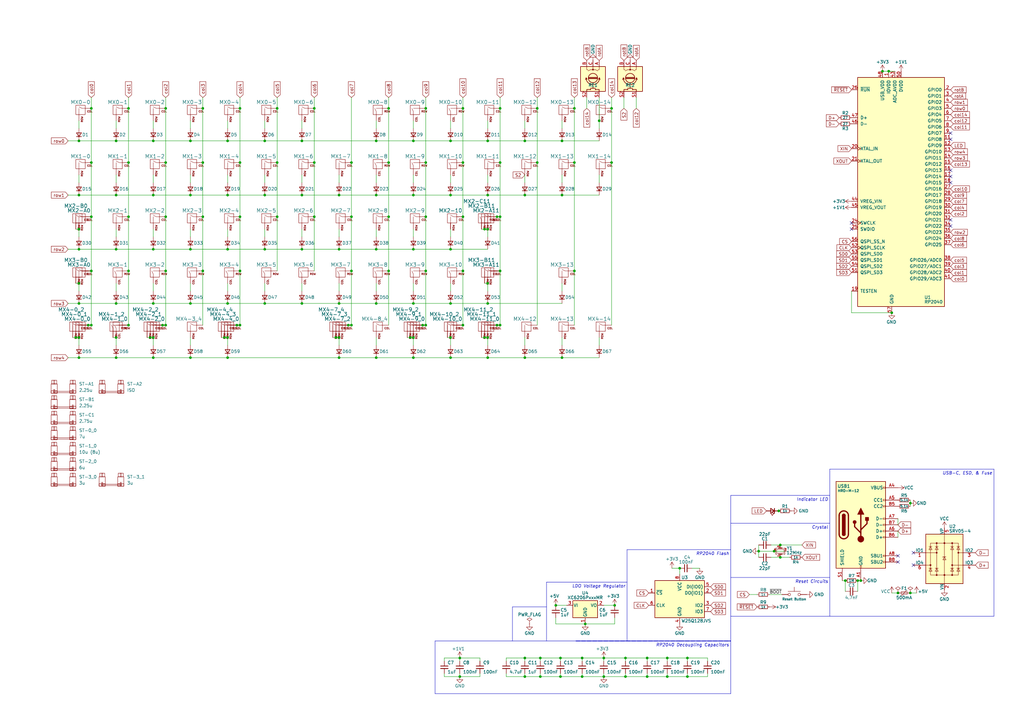
<source format=kicad_sch>
(kicad_sch (version 20211123) (generator eeschema)
  (paper "A3")
  (title_block (title "2040rmie") (rev "1.0"))
  (junction (at 198.755 93.98))
  (junction (at 205.105 88.9))
  (junction (at 220.345 44.45))
  (junction (at 235.585 44.45))
  (junction (at 52.705 66.675))
  (junction (at 52.705 133.35))
  (junction (at 281.94 277.495))
  (junction (at 128.905 66.675))
  (junction (at 144.145 133.35))
  (junction (at 92.075 138.43))
  (junction (at 78.105 146.685))
  (junction (at 67.945 133.35))
  (junction (at 200.025 124.46))
  (junction (at 78.105 124.46))
  (junction (at 83.185 111.125))
  (junction (at 137.795 138.43))
  (junction (at 154.305 80.01))
  (junction (at 67.945 88.9))
  (junction (at 229.87 277.495))
  (junction (at 346.71 238.125))
  (junction (at 78.105 80.01))
  (junction (at 78.105 102.235))
  (junction (at 62.865 124.46))
  (junction (at 215.265 269.875))
  (junction (at 123.825 124.46))
  (junction (at 32.385 80.01))
  (junction (at 189.865 66.675))
  (junction (at 52.705 88.9))
  (junction (at 205.105 44.45))
  (junction (at 123.825 102.235))
  (junction (at 93.345 102.235))
  (junction (at 200.025 146.685))
  (junction (at 353.06 238.125))
  (junction (at 189.865 88.9))
  (junction (at 139.065 146.685))
  (junction (at 52.705 44.45))
  (junction (at 235.585 111.125))
  (junction (at 203.835 88.9))
  (junction (at 174.625 88.9))
  (junction (at 215.265 57.785))
  (junction (at 252.095 248.285))
  (junction (at 200.025 116.205))
  (junction (at 230.505 57.785))
  (junction (at 361.95 29.21))
  (junction (at 37.465 133.35))
  (junction (at 108.585 80.01))
  (junction (at 62.865 57.785))
  (junction (at 67.945 44.45))
  (junction (at 52.705 111.125))
  (junction (at 198.755 138.43))
  (junction (at 159.385 88.9))
  (junction (at 365.76 128.27))
  (junction (at 247.65 277.495))
  (junction (at 174.625 44.45))
  (junction (at 93.345 80.01))
  (junction (at 230.505 80.01))
  (junction (at 139.065 102.235))
  (junction (at 281.94 269.875))
  (junction (at 83.185 66.675))
  (junction (at 205.105 66.675))
  (junction (at 200.025 138.43))
  (junction (at 66.675 133.35))
  (junction (at 240.03 255.905))
  (junction (at 32.385 57.785))
  (junction (at 32.385 146.685))
  (junction (at 144.145 66.675))
  (junction (at 32.385 124.46))
  (junction (at 47.625 57.785))
  (junction (at 154.305 146.685))
  (junction (at 32.385 116.205))
  (junction (at 62.865 102.235))
  (junction (at 174.625 111.125))
  (junction (at 128.905 44.45))
  (junction (at 93.345 57.785))
  (junction (at 273.685 277.495))
  (junction (at 169.545 102.235))
  (junction (at 203.835 133.35))
  (junction (at 78.105 57.785))
  (junction (at 139.065 138.43))
  (junction (at 184.785 138.43))
  (junction (at 32.385 138.43))
  (junction (at 238.76 277.495))
  (junction (at 98.425 133.35))
  (junction (at 278.765 233.045))
  (junction (at 320.04 223.52))
  (junction (at 47.625 80.01))
  (junction (at 247.65 269.875))
  (junction (at 47.625 102.235))
  (junction (at 97.155 133.35))
  (junction (at 351.79 238.125))
  (junction (at 184.785 57.785))
  (junction (at 238.76 269.875))
  (junction (at 215.265 80.01))
  (junction (at 36.195 133.35))
  (junction (at 142.875 133.35))
  (junction (at 227.965 248.285))
  (junction (at 159.385 66.675))
  (junction (at 98.425 111.125))
  (junction (at 98.425 88.9))
  (junction (at 37.465 111.125))
  (junction (at 47.625 138.43))
  (junction (at 184.785 80.01))
  (junction (at 200.025 57.785))
  (junction (at 169.545 57.785))
  (junction (at 62.865 138.43))
  (junction (at 144.145 111.125))
  (junction (at 205.105 133.35))
  (junction (at 188.595 277.495))
  (junction (at 32.385 93.98))
  (junction (at 113.665 88.9))
  (junction (at 98.425 66.675))
  (junction (at 174.625 133.35))
  (junction (at 205.105 111.125))
  (junction (at 108.585 102.235))
  (junction (at 93.345 124.46))
  (junction (at 373.38 243.205))
  (junction (at 184.785 124.46))
  (junction (at 47.625 124.46))
  (junction (at 235.585 66.675))
  (junction (at 169.545 124.46))
  (junction (at 368.3 243.205))
  (junction (at 188.595 269.875))
  (junction (at 173.355 133.35))
  (junction (at 62.865 80.01))
  (junction (at 319.405 209.55))
  (junction (at 154.305 57.785))
  (junction (at 93.345 146.685))
  (junction (at 37.465 66.675))
  (junction (at 169.545 80.01))
  (junction (at 184.785 146.685))
  (junction (at 83.185 88.9))
  (junction (at 61.595 138.43))
  (junction (at 159.385 44.45))
  (junction (at 154.305 124.46))
  (junction (at 200.025 93.98))
  (junction (at 31.115 138.43))
  (junction (at 250.825 66.675))
  (junction (at 215.265 146.685))
  (junction (at 139.065 124.46))
  (junction (at 83.185 44.45))
  (junction (at 256.54 277.495))
  (junction (at 98.425 44.45))
  (junction (at 311.15 226.06))
  (junction (at 221.615 277.495))
  (junction (at 215.265 277.495))
  (junction (at 174.625 66.675))
  (junction (at 108.585 124.46))
  (junction (at 229.87 269.875))
  (junction (at 67.945 111.125))
  (junction (at 139.065 80.01))
  (junction (at 273.685 269.875))
  (junction (at 169.545 146.685))
  (junction (at 123.825 57.785))
  (junction (at 113.665 66.675))
  (junction (at 189.865 111.125))
  (junction (at 265.43 269.875))
  (junction (at 373.38 206.375))
  (junction (at 256.54 269.875))
  (junction (at 32.385 102.235))
  (junction (at 220.345 66.675))
  (junction (at 320.04 228.6))
  (junction (at 123.825 80.01))
  (junction (at 189.865 133.35))
  (junction (at 128.905 88.9))
  (junction (at 317.5 226.06))
  (junction (at 47.625 146.685))
  (junction (at 364.49 29.21))
  (junction (at 265.43 277.495))
  (junction (at 154.305 102.235))
  (junction (at 37.465 88.9))
  (junction (at 168.275 138.43))
  (junction (at 67.945 66.675))
  (junction (at 159.385 111.125))
  (junction (at 37.465 44.45))
  (junction (at 62.865 146.685))
  (junction (at 245.745 49.53))
  (junction (at 230.505 146.685))
  (junction (at 93.345 138.43))
  (junction (at 200.025 80.01))
  (junction (at 250.825 44.45))
  (junction (at 189.865 44.45))
  (junction (at 221.615 269.875))
  (junction (at 144.145 88.9))
  (junction (at 184.785 102.235))
  (junction (at 113.665 44.45))
  (junction (at 169.545 138.43))
  (junction (at 108.585 57.785))
  (no_connect (at 389.89 74.93))
  (no_connect (at 389.89 92.71))
  (no_connect (at 389.89 69.85))
  (no_connect (at 368.3 230.505))
  (no_connect (at 389.89 54.61))
  (no_connect (at 349.25 91.44))
  (no_connect (at 349.25 93.98))
  (no_connect (at 389.89 57.15))
  (no_connect (at 368.3 227.965))
  (no_connect (at 374.65 231.775))
  (no_connect (at 389.89 72.39))
  (no_connect (at 389.89 90.17))
  (no_connect (at 374.65 226.695))
  (wire (pts (xy 123.825 80.01) (xy 139.065 80.01)))
  (wire (pts (xy 51.435 133.35) (xy 52.705 133.35)))
  (wire (pts (xy 256.54 276.225) (xy 256.54 277.495)))
  (wire (pts (xy 230.505 146.685) (xy 245.745 146.685)))
  (wire (pts (xy 32.385 49.53) (xy 32.385 52.705)))
  (wire (pts (xy 188.595 276.225) (xy 188.595 277.495)))
  (polyline (pts (xy 407.67 252.73) (xy 340.36 252.73)) (stroke (width 0) (type solid)))
  (wire (pts (xy 108.585 124.46) (xy 123.825 124.46)))
  (wire (pts (xy 169.545 138.43) (xy 169.545 141.605)))
  (wire (pts (xy 173.355 133.35) (xy 174.625 133.35)))
  (wire (pts (xy 98.425 40.005) (xy 98.425 44.45)))
  (wire (pts (xy 62.865 102.235) (xy 78.105 102.235)))
  (wire (pts (xy 202.565 88.9) (xy 203.835 88.9)))
  (wire (pts (xy 32.385 124.46) (xy 47.625 124.46)))
  (wire (pts (xy 200.025 49.53) (xy 200.025 52.705)))
  (wire (pts (xy 113.665 88.9) (xy 113.665 111.125)))
  (wire (pts (xy 67.945 66.675) (xy 67.945 88.9)))
  (wire (pts (xy 93.345 124.46) (xy 108.585 124.46)))
  (wire (pts (xy 198.755 93.98) (xy 200.025 93.98)))
  (wire (pts (xy 66.675 133.35) (xy 67.945 133.35)))
  (wire (pts (xy 189.865 40.005) (xy 189.865 44.45)))
  (wire (pts (xy 27.94 102.235) (xy 32.385 102.235)))
  (wire (pts (xy 229.87 269.875) (xy 238.76 269.875)))
  (wire (pts (xy 235.585 40.005) (xy 235.585 44.45)))
  (wire (pts (xy 174.625 40.005) (xy 174.625 44.45)))
  (wire (pts (xy 97.155 133.35) (xy 98.425 133.35)))
  (wire (pts (xy 247.65 248.285) (xy 252.095 248.285)))
  (wire (pts (xy 184.785 80.01) (xy 200.025 80.01)))
  (wire (pts (xy 128.905 66.675) (xy 128.905 88.9)))
  (wire (pts (xy 139.065 71.755) (xy 139.065 74.93)))
  (wire (pts (xy 62.865 138.43) (xy 62.865 141.605)))
  (wire (pts (xy 205.105 44.45) (xy 205.105 66.675)))
  (wire (pts (xy 346.71 238.125) (xy 346.71 242.57)))
  (polyline (pts (xy 340.36 192.405) (xy 407.67 192.405)) (stroke (width 0) (type solid)))
  (wire (pts (xy 93.345 49.53) (xy 93.345 52.705)))
  (wire (pts (xy 93.345 93.98) (xy 93.345 97.155)))
  (wire (pts (xy 281.94 269.875) (xy 281.94 271.145)))
  (wire (pts (xy 62.865 57.785) (xy 78.105 57.785)))
  (wire (pts (xy 168.275 138.43) (xy 169.545 138.43)))
  (wire (pts (xy 123.825 102.235) (xy 139.065 102.235)))
  (wire (pts (xy 31.115 93.98) (xy 32.385 93.98)))
  (wire (pts (xy 47.625 116.205) (xy 47.625 119.38)))
  (wire (pts (xy 247.65 277.495) (xy 256.54 277.495)))
  (wire (pts (xy 198.755 116.205) (xy 200.025 116.205)))
  (wire (pts (xy 247.65 276.225) (xy 247.65 277.495)))
  (polyline (pts (xy 299.72 252.73) (xy 340.36 252.73)) (stroke (width 0) (type solid)))
  (wire (pts (xy 93.345 138.43) (xy 93.345 141.605)))
  (wire (pts (xy 136.525 138.43) (xy 137.795 138.43)))
  (wire (pts (xy 154.305 49.53) (xy 154.305 52.705)))
  (polyline (pts (xy 210.185 248.92) (xy 210.185 262.89)) (stroke (width 0) (type solid)))
  (wire (pts (xy 108.585 93.98) (xy 108.585 97.155)))
  (wire (pts (xy 245.745 71.755) (xy 245.745 74.93)))
  (wire (pts (xy 184.785 124.46) (xy 200.025 124.46)))
  (wire (pts (xy 311.15 228.6) (xy 311.15 226.06)))
  (wire (pts (xy 78.105 57.785) (xy 93.345 57.785)))
  (wire (pts (xy 316.23 223.52) (xy 320.04 223.52)))
  (wire (pts (xy 169.545 57.785) (xy 184.785 57.785)))
  (wire (pts (xy 78.105 102.235) (xy 93.345 102.235)))
  (wire (pts (xy 31.115 116.205) (xy 32.385 116.205)))
  (wire (pts (xy 240.03 255.905) (xy 227.965 255.905)))
  (wire (pts (xy 273.685 269.875) (xy 281.94 269.875)))
  (wire (pts (xy 52.705 66.675) (xy 52.705 88.9)))
  (wire (pts (xy 154.305 80.01) (xy 169.545 80.01)))
  (wire (pts (xy 281.94 277.495) (xy 290.195 277.495)))
  (wire (pts (xy 52.705 44.45) (xy 52.705 66.675)))
  (wire (pts (xy 184.785 49.53) (xy 184.785 52.705)))
  (wire (pts (xy 311.15 226.06) (xy 317.5 226.06)))
  (wire (pts (xy 98.425 66.675) (xy 98.425 88.9)))
  (wire (pts (xy 215.265 138.43) (xy 215.265 141.605)))
  (wire (pts (xy 227.965 255.905) (xy 227.965 253.365)))
  (wire (pts (xy 220.345 44.45) (xy 220.345 66.675)))
  (wire (pts (xy 159.385 111.125) (xy 159.385 133.35)))
  (wire (pts (xy 245.745 138.43) (xy 245.745 141.605)))
  (wire (pts (xy 230.505 71.755) (xy 230.505 74.93)))
  (wire (pts (xy 78.105 71.755) (xy 78.105 74.93)))
  (wire (pts (xy 154.305 57.785) (xy 169.545 57.785)))
  (wire (pts (xy 207.645 277.495) (xy 215.265 277.495)))
  (wire (pts (xy 98.425 44.45) (xy 98.425 66.675)))
  (polyline (pts (xy 178.435 284.48) (xy 299.72 284.48)) (stroke (width 0) (type solid)))
  (wire (pts (xy 159.385 44.45) (xy 159.385 66.675)))
  (wire (pts (xy 144.145 40.005) (xy 144.145 66.675)))
  (wire (pts (xy 215.265 71.755) (xy 215.265 74.93)))
  (wire (pts (xy 52.705 40.005) (xy 52.705 44.45)))
  (wire (pts (xy 93.345 116.205) (xy 93.345 119.38)))
  (polyline (pts (xy 299.72 225.425) (xy 257.175 225.425)) (stroke (width 0) (type solid)))
  (wire (pts (xy 189.865 66.675) (xy 189.865 88.9)))
  (wire (pts (xy 60.325 138.43) (xy 61.595 138.43)))
  (wire (pts (xy 278.765 235.585) (xy 278.765 233.045)))
  (polyline (pts (xy 299.72 236.855) (xy 340.36 236.855)) (stroke (width 0) (type solid)))
  (wire (pts (xy 200.025 71.755) (xy 200.025 74.93)))
  (wire (pts (xy 61.595 138.43) (xy 62.865 138.43)))
  (wire (pts (xy 250.825 44.45) (xy 250.825 66.675)))
  (wire (pts (xy 123.825 71.755) (xy 123.825 74.93)))
  (wire (pts (xy 240.03 255.905) (xy 252.095 255.905)))
  (wire (pts (xy 139.065 146.685) (xy 154.305 146.685)))
  (polyline (pts (xy 178.435 262.89) (xy 299.72 262.89)) (stroke (width 0) (type solid)))
  (polyline (pts (xy 299.72 262.89) (xy 299.72 284.48)) (stroke (width 0) (type solid)))
  (wire (pts (xy 108.585 102.235) (xy 123.825 102.235)))
  (wire (pts (xy 47.625 49.53) (xy 47.625 52.705)))
  (wire (pts (xy 32.385 116.205) (xy 32.385 119.38)))
  (wire (pts (xy 188.595 133.35) (xy 189.865 133.35)))
  (wire (pts (xy 205.105 66.675) (xy 205.105 88.9)))
  (wire (pts (xy 215.265 277.495) (xy 221.615 277.495)))
  (wire (pts (xy 154.305 138.43) (xy 154.305 141.605)))
  (wire (pts (xy 205.105 111.125) (xy 205.105 133.35)))
  (wire (pts (xy 290.195 269.875) (xy 290.195 271.145)))
  (wire (pts (xy 200.025 57.785) (xy 215.265 57.785)))
  (wire (pts (xy 108.585 49.53) (xy 108.585 52.705)))
  (wire (pts (xy 311.15 226.06) (xy 311.15 223.52)))
  (polyline (pts (xy 407.67 192.405) (xy 407.67 252.73)) (stroke (width 0) (type solid)))
  (wire (pts (xy 93.345 80.01) (xy 108.585 80.01)))
  (wire (pts (xy 184.785 93.98) (xy 184.785 97.155)))
  (wire (pts (xy 207.645 271.145) (xy 207.645 269.875)))
  (wire (pts (xy 32.385 102.235) (xy 47.625 102.235)))
  (polyline (pts (xy 224.155 238.76) (xy 257.175 238.76)) (stroke (width 0) (type solid)))
  (wire (pts (xy 351.79 238.125) (xy 351.79 242.57)))
  (wire (pts (xy 188.595 269.875) (xy 196.85 269.875)))
  (wire (pts (xy 229.87 277.495) (xy 238.76 277.495)))
  (wire (pts (xy 283.845 233.045) (xy 287.02 233.045)))
  (wire (pts (xy 98.425 88.9) (xy 98.425 111.125)))
  (wire (pts (xy 316.23 228.6) (xy 320.04 228.6)))
  (wire (pts (xy 215.265 276.225) (xy 215.265 277.495)))
  (wire (pts (xy 98.425 111.125) (xy 98.425 133.35)))
  (wire (pts (xy 47.625 124.46) (xy 62.865 124.46)))
  (wire (pts (xy 200.025 146.685) (xy 215.265 146.685)))
  (wire (pts (xy 29.845 138.43) (xy 31.115 138.43)))
  (wire (pts (xy 265.43 276.225) (xy 265.43 277.495)))
  (wire (pts (xy 205.105 40.005) (xy 205.105 44.45)))
  (wire (pts (xy 256.54 269.875) (xy 256.54 271.145)))
  (wire (pts (xy 139.065 102.235) (xy 154.305 102.235)))
  (wire (pts (xy 252.095 255.905) (xy 252.095 253.365)))
  (wire (pts (xy 235.585 111.125) (xy 235.585 133.35)))
  (wire (pts (xy 32.385 71.755) (xy 32.385 74.93)))
  (polyline (pts (xy 224.155 248.92) (xy 210.185 248.92)) (stroke (width 0) (type solid)))
  (wire (pts (xy 52.705 111.125) (xy 52.705 133.35)))
  (wire (pts (xy 174.625 111.125) (xy 174.625 133.35)))
  (wire (pts (xy 123.825 116.205) (xy 123.825 119.38)))
  (wire (pts (xy 128.905 88.9) (xy 128.905 111.125)))
  (wire (pts (xy 78.105 124.46) (xy 93.345 124.46)))
  (polyline (pts (xy 299.72 214.63) (xy 299.72 203.2)) (stroke (width 0) (type solid)))
  (wire (pts (xy 238.76 269.875) (xy 238.76 271.145)))
  (wire (pts (xy 207.645 276.225) (xy 207.645 277.495)))
  (wire (pts (xy 93.345 102.235) (xy 108.585 102.235)))
  (wire (pts (xy 47.625 146.685) (xy 62.865 146.685)))
  (wire (pts (xy 197.485 93.98) (xy 198.755 93.98)))
  (wire (pts (xy 78.105 93.98) (xy 78.105 97.155)))
  (wire (pts (xy 92.075 138.43) (xy 93.345 138.43)))
  (wire (pts (xy 197.485 138.43) (xy 198.755 138.43)))
  (wire (pts (xy 83.185 111.125) (xy 83.185 133.35)))
  (wire (pts (xy 368.3 217.805) (xy 368.3 220.345)))
  (wire (pts (xy 172.085 133.35) (xy 173.355 133.35)))
  (wire (pts (xy 290.195 277.495) (xy 290.195 276.225)))
  (wire (pts (xy 169.545 102.235) (xy 184.785 102.235)))
  (wire (pts (xy 250.825 40.005) (xy 250.825 44.45)))
  (wire (pts (xy 230.505 49.53) (xy 230.505 52.705)))
  (wire (pts (xy 184.785 71.755) (xy 184.785 74.93)))
  (wire (pts (xy 198.755 138.43) (xy 200.025 138.43)))
  (wire (pts (xy 184.785 146.685) (xy 200.025 146.685)))
  (wire (pts (xy 90.805 138.43) (xy 92.075 138.43)))
  (wire (pts (xy 47.625 93.98) (xy 47.625 97.155)))
  (wire (pts (xy 67.945 88.9) (xy 67.945 111.125)))
  (wire (pts (xy 174.625 44.45) (xy 174.625 66.675)))
  (wire (pts (xy 245.745 40.005) (xy 245.745 49.53)))
  (wire (pts (xy 215.265 80.01) (xy 230.505 80.01)))
  (wire (pts (xy 188.595 277.495) (xy 182.245 277.495)))
  (wire (pts (xy 373.38 206.375) (xy 373.38 207.645)))
  (wire (pts (xy 139.065 93.98) (xy 139.065 97.155)))
  (wire (pts (xy 221.615 277.495) (xy 229.87 277.495)))
  (wire (pts (xy 31.115 138.43) (xy 32.385 138.43)))
  (wire (pts (xy 62.865 146.685) (xy 78.105 146.685)))
  (wire (pts (xy 215.265 57.785) (xy 230.505 57.785)))
  (wire (pts (xy 221.615 276.225) (xy 221.615 277.495)))
  (wire (pts (xy 368.3 212.725) (xy 368.3 215.265)))
  (wire (pts (xy 93.345 71.755) (xy 93.345 74.93)))
  (wire (pts (xy 184.785 57.785) (xy 200.025 57.785)))
  (wire (pts (xy 238.76 269.875) (xy 247.65 269.875)))
  (wire (pts (xy 247.65 269.875) (xy 256.54 269.875)))
  (wire (pts (xy 230.505 80.01) (xy 245.745 80.01)))
  (wire (pts (xy 144.145 66.675) (xy 144.145 88.9)))
  (wire (pts (xy 215.265 269.875) (xy 215.265 271.145)))
  (wire (pts (xy 154.305 124.46) (xy 169.545 124.46)))
  (wire (pts (xy 139.065 80.01) (xy 154.305 80.01)))
  (wire (pts (xy 184.785 138.43) (xy 184.785 141.605)))
  (wire (pts (xy 174.625 88.9) (xy 174.625 111.125)))
  (wire (pts (xy 227.965 248.285) (xy 232.41 248.285)))
  (wire (pts (xy 47.625 71.755) (xy 47.625 74.93)))
  (wire (pts (xy 220.345 40.005) (xy 220.345 44.45)))
  (wire (pts (xy 32.385 80.01) (xy 47.625 80.01)))
  (wire (pts (xy 200.025 116.205) (xy 200.025 119.38)))
  (wire (pts (xy 113.665 66.675) (xy 113.665 88.9)))
  (wire (pts (xy 247.65 269.875) (xy 247.65 271.145)))
  (wire (pts (xy 123.825 57.785) (xy 154.305 57.785)))
  (wire (pts (xy 229.87 276.225) (xy 229.87 277.495)))
  (wire (pts (xy 240.665 40.005) (xy 240.665 44.45)))
  (wire (pts (xy 32.385 138.43) (xy 32.385 141.605)))
  (wire (pts (xy 203.835 88.9) (xy 205.105 88.9)))
  (wire (pts (xy 37.465 88.9) (xy 37.465 111.125)))
  (wire (pts (xy 27.94 146.685) (xy 32.385 146.685)))
  (wire (pts (xy 196.85 269.875) (xy 196.85 271.145)))
  (wire (pts (xy 83.185 44.45) (xy 83.185 66.675)))
  (wire (pts (xy 256.54 277.495) (xy 265.43 277.495)))
  (wire (pts (xy 27.94 80.01) (xy 32.385 80.01)))
  (wire (pts (xy 37.465 111.125) (xy 37.465 133.35)))
  (wire (pts (xy 275.59 233.045) (xy 278.765 233.045)))
  (wire (pts (xy 113.665 40.005) (xy 113.665 44.45)))
  (wire (pts (xy 83.185 88.9) (xy 83.185 111.125)))
  (polyline (pts (xy 340.36 192.405) (xy 340.36 252.73)) (stroke (width 0) (type solid)))
  (wire (pts (xy 47.625 57.785) (xy 62.865 57.785)))
  (wire (pts (xy 108.585 71.755) (xy 108.585 74.93)))
  (wire (pts (xy 32.385 57.785) (xy 47.625 57.785)))
  (wire (pts (xy 159.385 66.675) (xy 159.385 88.9)))
  (wire (pts (xy 320.675 243.84) (xy 315.595 243.84)))
  (wire (pts (xy 36.195 88.9) (xy 37.465 88.9)))
  (wire (pts (xy 144.145 111.125) (xy 144.145 133.35)))
  (wire (pts (xy 139.065 138.43) (xy 139.065 141.605)))
  (polyline (pts (xy 224.155 238.76) (xy 224.155 262.89)) (stroke (width 0) (type solid)))
  (wire (pts (xy 123.825 93.98) (xy 123.825 97.155)))
  (wire (pts (xy 273.685 277.495) (xy 273.685 276.225)))
  (wire (pts (xy 182.245 277.495) (xy 182.245 276.225)))
  (wire (pts (xy 142.875 133.35) (xy 144.145 133.35)))
  (wire (pts (xy 27.94 57.785) (xy 32.385 57.785)))
  (wire (pts (xy 169.545 146.685) (xy 184.785 146.685)))
  (wire (pts (xy 361.95 29.21) (xy 364.49 29.21)))
  (wire (pts (xy 205.105 88.9) (xy 205.105 111.125)))
  (polyline (pts (xy 257.175 225.425) (xy 257.175 262.89)) (stroke (width 0) (type solid)))
  (wire (pts (xy 220.345 66.675) (xy 220.345 133.35)))
  (polyline (pts (xy 299.72 203.2) (xy 340.36 203.2)) (stroke (width 0) (type solid)))
  (wire (pts (xy 67.945 44.45) (xy 67.945 66.675)))
  (wire (pts (xy 182.245 269.875) (xy 188.595 269.875)))
  (wire (pts (xy 196.85 277.495) (xy 196.85 276.225)))
  (wire (pts (xy 215.265 146.685) (xy 230.505 146.685)))
  (wire (pts (xy 137.795 138.43) (xy 139.065 138.43)))
  (polyline (pts (xy 178.435 284.48) (xy 178.435 262.89)) (stroke (width 0) (type solid)))
  (wire (pts (xy 37.465 66.675) (xy 37.465 88.9)))
  (wire (pts (xy 159.385 40.005) (xy 159.385 44.45)))
  (wire (pts (xy 93.345 146.685) (xy 139.065 146.685)))
  (polyline (pts (xy 299.72 214.63) (xy 340.36 214.63)) (stroke (width 0) (type solid)))
  (wire (pts (xy 203.835 111.125) (xy 205.105 111.125)))
  (wire (pts (xy 265.43 269.875) (xy 265.43 271.145)))
  (wire (pts (xy 108.585 116.205) (xy 108.585 119.38)))
  (wire (pts (xy 52.705 88.9) (xy 52.705 111.125)))
  (wire (pts (xy 245.745 49.53) (xy 245.745 52.705)))
  (wire (pts (xy 221.615 269.875) (xy 221.615 271.145)))
  (wire (pts (xy 200.025 80.01) (xy 215.265 80.01)))
  (wire (pts (xy 238.76 277.495) (xy 247.65 277.495)))
  (wire (pts (xy 32.385 146.685) (xy 47.625 146.685)))
  (wire (pts (xy 250.825 66.675) (xy 250.825 133.35)))
  (wire (pts (xy 169.545 80.01) (xy 184.785 80.01)))
  (wire (pts (xy 47.625 138.43) (xy 47.625 141.605)))
  (wire (pts (xy 235.585 44.45) (xy 235.585 66.675)))
  (wire (pts (xy 215.265 49.53) (xy 215.265 52.705)))
  (polyline (pts (xy 299.72 225.425) (xy 299.72 214.63)) (stroke (width 0) (type solid)))
  (wire (pts (xy 46.355 138.43) (xy 47.625 138.43)))
  (polyline (pts (xy 299.72 225.425) (xy 299.72 262.89)) (stroke (width 0) (type solid)))
  (wire (pts (xy 320.04 223.52) (xy 328.93 223.52)))
  (wire (pts (xy 307.34 243.84) (xy 310.515 243.84)))
  (wire (pts (xy 349.25 128.27) (xy 365.76 128.27)))
  (wire (pts (xy 256.54 269.875) (xy 265.43 269.875)))
  (wire (pts (xy 189.865 44.45) (xy 189.865 66.675)))
  (wire (pts (xy 78.105 80.01) (xy 93.345 80.01)))
  (wire (pts (xy 273.685 277.495) (xy 281.94 277.495)))
  (wire (pts (xy 260.985 40.005) (xy 260.985 44.45)))
  (wire (pts (xy 281.94 277.495) (xy 281.94 276.225)))
  (wire (pts (xy 78.105 116.205) (xy 78.105 119.38)))
  (wire (pts (xy 139.065 116.205) (xy 139.065 119.38)))
  (wire (pts (xy 123.825 49.53) (xy 123.825 52.705)))
  (wire (pts (xy 154.305 116.205) (xy 154.305 119.38)))
  (wire (pts (xy 200.025 124.46) (xy 230.505 124.46)))
  (wire (pts (xy 183.515 138.43) (xy 184.785 138.43)))
  (wire (pts (xy 200.025 138.43) (xy 200.025 141.605)))
  (wire (pts (xy 167.005 138.43) (xy 168.275 138.43)))
  (wire (pts (xy 47.625 102.235) (xy 62.865 102.235)))
  (wire (pts (xy 62.865 80.01) (xy 78.105 80.01)))
  (wire (pts (xy 62.865 124.46) (xy 78.105 124.46)))
  (wire (pts (xy 154.305 146.685) (xy 169.545 146.685)))
  (wire (pts (xy 141.605 133.35) (xy 142.875 133.35)))
  (wire (pts (xy 159.385 88.9) (xy 159.385 111.125)))
  (wire (pts (xy 349.25 119.38) (xy 349.25 128.27)))
  (wire (pts (xy 144.145 88.9) (xy 144.145 111.125)))
  (wire (pts (xy 235.585 66.675) (xy 235.585 111.125)))
  (wire (pts (xy 37.465 44.45) (xy 37.465 66.675)))
  (wire (pts (xy 207.645 269.875) (xy 215.265 269.875)))
  (wire (pts (xy 273.685 269.875) (xy 273.685 271.145)))
  (wire (pts (xy 113.665 44.45) (xy 113.665 66.675)))
  (wire (pts (xy 62.865 93.98) (xy 62.865 97.155)))
  (wire (pts (xy 154.305 71.755) (xy 154.305 74.93)))
  (wire (pts (xy 200.025 93.98) (xy 200.025 97.155)))
  (wire (pts (xy 78.105 49.53) (xy 78.105 52.705)))
  (wire (pts (xy 95.885 133.35) (xy 97.155 133.35)))
  (wire (pts (xy 169.545 93.98) (xy 169.545 97.155)))
  (wire (pts (xy 78.105 146.685) (xy 93.345 146.685)))
  (wire (pts (xy 67.945 111.125) (xy 67.945 133.35)))
  (wire (pts (xy 78.105 138.43) (xy 78.105 141.605)))
  (wire (pts (xy 108.585 57.785) (xy 123.825 57.785)))
  (wire (pts (xy 32.385 93.98) (xy 32.385 97.155)))
  (wire (pts (xy 320.04 228.6) (xy 323.85 228.6)))
  (wire (pts (xy 67.945 40.005) (xy 67.945 44.45)))
  (wire (pts (xy 139.065 124.46) (xy 154.305 124.46)))
  (wire (pts (xy 184.785 116.205) (xy 184.785 119.38)))
  (wire (pts (xy 317.5 226.06) (xy 322.58 226.06)))
  (wire (pts (xy 221.615 269.875) (xy 229.87 269.875)))
  (wire (pts (xy 27.94 124.46) (xy 32.385 124.46)))
  (wire (pts (xy 62.865 49.53) (xy 62.865 52.705)))
  (wire (pts (xy 365.76 243.205) (xy 368.3 243.205)))
  (wire (pts (xy 189.865 88.9) (xy 189.865 111.125)))
  (wire (pts (xy 62.865 71.755) (xy 62.865 74.93)))
  (wire (pts (xy 238.76 276.225) (xy 238.76 277.495)))
  (wire (pts (xy 265.43 277.495) (xy 273.685 277.495)))
  (wire (pts (xy 169.545 116.205) (xy 169.545 119.38)))
  (wire (pts (xy 230.505 57.785) (xy 245.745 57.785)))
  (wire (pts (xy 189.865 111.125) (xy 189.865 133.35)))
  (wire (pts (xy 182.245 271.145) (xy 182.245 269.875)))
  (wire (pts (xy 188.595 269.875) (xy 188.595 271.145)))
  (wire (pts (xy 65.405 133.35) (xy 66.675 133.35)))
  (wire (pts (xy 215.265 269.875) (xy 221.615 269.875)))
  (wire (pts (xy 364.49 29.21) (xy 367.03 29.21)))
  (polyline (pts (xy 236.22 262.89) (xy 278.765 262.89)))
  (wire (pts (xy 351.79 238.125) (xy 353.06 238.125)))
  (wire (pts (xy 123.825 124.46) (xy 139.065 124.46)))
  (polyline (pts (xy 278.765 262.89) (xy 299.72 262.89)) (stroke (width 0) (type solid)))
  (wire (pts (xy 62.865 116.205) (xy 62.865 119.38)))
  (wire (pts (xy 154.305 93.98) (xy 154.305 97.155)))
  (wire (pts (xy 174.625 66.675) (xy 174.625 88.9)))
  (wire (pts (xy 281.94 269.875) (xy 290.195 269.875)))
  (wire (pts (xy 83.185 40.005) (xy 83.185 44.45)))
  (wire (pts (xy 202.565 133.35) (xy 203.835 133.35)))
  (wire (pts (xy 184.785 102.235) (xy 200.025 102.235)))
  (wire (pts (xy 230.505 138.43) (xy 230.505 141.605)))
  (polyline (pts (xy 236.22 262.89) (xy 278.765 262.89)) (stroke (width 0) (type solid)))
  (wire (pts (xy 345.44 238.125) (xy 346.71 238.125)))
  (wire (pts (xy 188.595 277.495) (xy 196.85 277.495)))
  (wire (pts (xy 169.545 124.46) (xy 184.785 124.46)))
  (wire (pts (xy 154.305 102.235) (xy 169.545 102.235)))
  (wire (pts (xy 36.195 111.125) (xy 37.465 111.125)))
  (wire (pts (xy 229.87 269.875) (xy 229.87 271.145)))
  (wire (pts (xy 34.925 133.35) (xy 36.195 133.35)))
  (wire (pts (xy 255.905 40.005) (xy 255.905 44.45)))
  (wire (pts (xy 128.905 44.45) (xy 128.905 66.675)))
  (wire (pts (xy 108.585 80.01) (xy 123.825 80.01)))
  (polyline (pts (xy 278.765 262.89) (xy 299.72 262.89)))
  (wire (pts (xy 169.545 49.53) (xy 169.545 52.705)))
  (wire (pts (xy 36.195 133.35) (xy 37.465 133.35)))
  (wire (pts (xy 47.625 80.01) (xy 62.865 80.01)))
  (wire (pts (xy 265.43 269.875) (xy 273.685 269.875)))
  (wire (pts (xy 169.545 71.755) (xy 169.545 74.93)))
  (wire (pts (xy 128.905 40.005) (xy 128.905 44.45)))
  (wire (pts (xy 203.835 133.35) (xy 205.105 133.35)))
  (wire (pts (xy 83.185 66.675) (xy 83.185 88.9)))
  (wire (pts (xy 37.465 40.005) (xy 37.465 44.45)))
  (wire (pts (xy 230.505 116.205) (xy 230.505 119.38)))
  (wire (pts (xy 373.38 243.205) (xy 375.92 243.205)))
  (wire (pts (xy 373.38 205.105) (xy 373.38 206.375)))
  (wire (pts (xy 93.345 57.785) (xy 108.585 57.785)))
  (text "LDO Voltage Regulator" (at 256.54 241.3 180) (effects (font (size 1.27 1.27) italic) (justify right bottom)))
  (text "RP2040 Decoupling Capacitors" (at 299.085 265.43 180) (effects (font (size 1.27 1.27) italic) (justify right bottom)))
  (text "Crystal" (at 339.725 217.17 180) (effects (font (size 1.27 1.27) italic) (justify right bottom)))
  (text "RP2040 Flash" (at 299.085 227.965 180) (effects (font (size 1.27 1.27) italic) (justify right bottom)))
  (text "USB-C, ESD, & Fuse" (at 407.035 194.945 180) (effects (font (size 1.27 1.27) italic) (justify right bottom)))
  (text "Indicator LED" (at 339.725 205.74 180) (effects (font (size 1.27 1.27) italic) (justify right bottom)))
  (text "Reset Circuits" (at 339.725 239.395 180) (effects (font (size 1.27 1.27) italic) (justify right bottom)))
  (label "~{BOOT}" (at 315.595 243.84 0))
  (global_label "col1" (shape input) (at 389.89 111.76 0) (property "Intersheet References" "${INTERSHEET_REFS}" (effects hide)))
  (global_label "LED" (shape input) (at 389.89 59.69 0) (property "Intersheet References" "${INTERSHEET_REFS}" (effects hide)))
  (global_label "row2" (shape input) (at 389.89 95.25 0) (property "Intersheet References" "${INTERSHEET_REFS}" (effects hide)))
  (global_label "col12" (shape input) (at 389.89 49.53 0) (property "Intersheet References" "${INTERSHEET_REFS}" (effects hide)))
  (global_label "SD1" (shape input) (at 349.25 106.68 180) (property "Intersheet References" "${INTERSHEET_REFS}" (effects hide)))
  (global_label "CS" (shape input) (at 266.065 243.205 180) (property "Intersheet References" "${INTERSHEET_REFS}" (effects hide)))
  (global_label "rotA" (shape input) (at 245.745 24.765 90) (property "Intersheet References" "${INTERSHEET_REFS}" (effects hide)))
  (global_label "row4" (shape input) (at 27.94 146.685 180) (property "Intersheet References" "${INTERSHEET_REFS}" (effects hide)))
  (global_label "row2" (shape input) (at 27.94 102.235 180) (property "Intersheet References" "${INTERSHEET_REFS}" (effects hide)))
  (global_label "col13" (shape input) (at 235.585 40.005 90) (property "Intersheet References" "${INTERSHEET_REFS}" (effects hide)))
  (global_label "D+" (shape input) (at 368.3 217.805 0) (property "Intersheet References" "${INTERSHEET_REFS}" (effects hide)))
  (global_label "rotA" (shape input) (at 260.985 24.765 90) (property "Intersheet References" "${INTERSHEET_REFS}" (effects hide)))
  (global_label "col14" (shape input) (at 240.665 44.45 270) (property "Intersheet References" "${INTERSHEET_REFS}" (effects hide)))
  (global_label "S2" (shape input) (at 215.265 71.755 180) (property "Intersheet References" "${INTERSHEET_REFS}" (effects hide)))
  (global_label "D-" (shape input) (at 368.3 215.265 0) (property "Intersheet References" "${INTERSHEET_REFS}" (effects hide)))
  (global_label "col14" (shape input) (at 250.825 40.005 90) (property "Intersheet References" "${INTERSHEET_REFS}" (effects hide)))
  (global_label "col0" (shape input) (at 389.89 114.3 0) (property "Intersheet References" "${INTERSHEET_REFS}" (effects hide)))
  (global_label "col5" (shape input) (at 113.665 40.005 90) (property "Intersheet References" "${INTERSHEET_REFS}" (effects hide)))
  (global_label "SD3" (shape input) (at 291.465 250.825 0) (property "Intersheet References" "${INTERSHEET_REFS}" (effects hide)))
  (global_label "col13" (shape input) (at 389.89 67.31 0) (property "Intersheet References" "${INTERSHEET_REFS}" (effects hide)))
  (global_label "row0" (shape input) (at 27.94 57.785 180) (property "Intersheet References" "${INTERSHEET_REFS}" (effects hide)))
  (global_label "row1" (shape input) (at 27.94 80.01 180) (property "Intersheet References" "${INTERSHEET_REFS}" (effects hide)))
  (global_label "col10" (shape input) (at 389.89 77.47 0) (property "Intersheet References" "${INTERSHEET_REFS}" (effects hide)))
  (global_label "row0" (shape input) (at 389.89 44.45 0) (property "Intersheet References" "${INTERSHEET_REFS}" (effects hide)))
  (global_label "row3" (shape input) (at 27.94 124.46 180) (property "Intersheet References" "${INTERSHEET_REFS}" (effects hide)))
  (global_label "SD1" (shape input) (at 291.465 243.205 0) (property "Intersheet References" "${INTERSHEET_REFS}" (effects hide)))
  (global_label "col8" (shape input) (at 159.385 40.005 90) (property "Intersheet References" "${INTERSHEET_REFS}" (effects hide)))
  (global_label "row3" (shape input) (at 389.89 64.77 0) (property "Intersheet References" "${INTERSHEET_REFS}" (effects hide)))
  (global_label "col2" (shape input) (at 67.945 40.005 90) (property "Intersheet References" "${INTERSHEET_REFS}" (effects hide)))
  (global_label "row1" (shape input) (at 389.89 41.91 0) (property "Intersheet References" "${INTERSHEET_REFS}" (effects hide)))
  (global_label "D+" (shape input) (at 344.17 48.26 180) (property "Intersheet References" "${INTERSHEET_REFS}" (effects hide)))
  (global_label "LED" (shape input) (at 314.325 209.55 180) (property "Intersheet References" "${INTERSHEET_REFS}" (effects hide)))
  (global_label "SD0" (shape input) (at 291.465 240.665 0) (property "Intersheet References" "${INTERSHEET_REFS}" (effects hide)))
  (global_label "col4" (shape input) (at 389.89 85.09 0) (property "Intersheet References" "${INTERSHEET_REFS}" (effects hide)))
  (global_label "CS" (shape input) (at 349.25 99.06 180) (property "Intersheet References" "${INTERSHEET_REFS}" (effects hide)))
  (global_label "row4" (shape input) (at 389.89 62.23 0) (property "Intersheet References" "${INTERSHEET_REFS}" (effects hide)))
  (global_label "XOUT" (shape input) (at 328.93 228.6 0) (property "Intersheet References" "${INTERSHEET_REFS}" (effects hide)))
  (global_label "col1" (shape input) (at 52.705 40.005 90) (property "Intersheet References" "${INTERSHEET_REFS}" (effects hide)))
  (global_label "col6" (shape input) (at 128.905 40.005 90) (property "Intersheet References" "${INTERSHEET_REFS}" (effects hide)))
  (global_label "col8" (shape input) (at 389.89 97.79 0) (property "Intersheet References" "${INTERSHEET_REFS}" (effects hide)))
  (global_label "D+" (shape input) (at 400.05 231.775 0) (property "Intersheet References" "${INTERSHEET_REFS}" (effects hide)))
  (global_label "rotB" (shape input) (at 255.905 24.765 90) (property "Intersheet References" "${INTERSHEET_REFS}" (effects hide)))
  (global_label "D-" (shape input) (at 400.05 226.695 0) (property "Intersheet References" "${INTERSHEET_REFS}" (effects hide)))
  (global_label "rotB" (shape input) (at 240.665 24.765 90) (property "Intersheet References" "${INTERSHEET_REFS}" (effects hide)))
  (global_label "col12" (shape input) (at 220.345 40.005 90) (property "Intersheet References" "${INTERSHEET_REFS}" (effects hide)))
  (global_label "col9" (shape input) (at 174.625 40.005 90) (property "Intersheet References" "${INTERSHEET_REFS}" (effects hide)))
  (global_label "D-" (shape input) (at 344.17 50.8 180) (property "Intersheet References" "${INTERSHEET_REFS}" (effects hide)))
  (global_label "col10" (shape input) (at 189.865 40.005 90) (property "Intersheet References" "${INTERSHEET_REFS}" (effects hide)))
  (global_label "CLK" (shape input) (at 266.065 248.285 180) (property "Intersheet References" "${INTERSHEET_REFS}" (effects hide)))
  (global_label "col14" (shape input) (at 389.89 46.99 0) (property "Intersheet References" "${INTERSHEET_REFS}" (effects hide)))
  (global_label "XOUT" (shape input) (at 349.25 66.04 180) (property "Intersheet References" "${INTERSHEET_REFS}" (effects hide)))
  (global_label "col4" (shape input) (at 98.425 40.005 90) (property "Intersheet References" "${INTERSHEET_REFS}" (effects hide)))
  (global_label "CLK" (shape input) (at 349.25 101.6 180) (property "Intersheet References" "${INTERSHEET_REFS}" (effects hide)))
  (global_label "col9" (shape input) (at 389.89 80.01 0) (property "Intersheet References" "${INTERSHEET_REFS}" (effects hide)))
  (global_label "col3" (shape input) (at 83.185 40.005 90) (property "Intersheet References" "${INTERSHEET_REFS}" (effects hide)))
  (global_label "SD2" (shape input) (at 349.25 109.22 180) (property "Intersheet References" "${INTERSHEET_REFS}" (effects hide)))
  (global_label "SD2" (shape input) (at 291.465 248.285 0) (property "Intersheet References" "${INTERSHEET_REFS}" (effects hide)))
  (global_label "XIN" (shape input) (at 328.93 223.52 0) (property "Intersheet References" "${INTERSHEET_REFS}" (effects hide)))
  (global_label "col7" (shape input) (at 144.145 40.005 90) (property "Intersheet References" "${INTERSHEET_REFS}" (effects hide)))
  (global_label "col6" (shape input) (at 389.89 100.33 0) (property "Intersheet References" "${INTERSHEET_REFS}" (effects hide)))
  (global_label "S2" (shape input) (at 255.905 44.45 270) (property "Intersheet References" "${INTERSHEET_REFS}" (effects hide)))
  (global_label "col12" (shape input) (at 260.985 44.45 270) (property "Intersheet References" "${INTERSHEET_REFS}" (effects hide)))
  (global_label "col11" (shape input) (at 389.89 52.07 0) (property "Intersheet References" "${INTERSHEET_REFS}" (effects hide)))
  (global_label "col11" (shape input) (at 205.105 40.005 90) (property "Intersheet References" "${INTERSHEET_REFS}" (effects hide)))
  (global_label "rotA" (shape input) (at 389.89 39.37 0) (property "Intersheet References" "${INTERSHEET_REFS}" (effects hide)))
  (global_label "SD0" (shape input) (at 349.25 104.14 180) (property "Intersheet References" "${INTERSHEET_REFS}" (effects hide)))
  (global_label "col3" (shape input) (at 389.89 109.22 0) (property "Intersheet References" "${INTERSHEET_REFS}" (effects hide)))
  (global_label "rotB" (shape input) (at 389.89 36.83 0) (property "Intersheet References" "${INTERSHEET_REFS}" (effects hide)))
  (global_label "SD3" (shape input) (at 349.25 111.76 180) (property "Intersheet References" "${INTERSHEET_REFS}" (effects hide)))
  (global_label "col7" (shape input) (at 389.89 82.55 0) (property "Intersheet References" "${INTERSHEET_REFS}" (effects hide)))
  (global_label "col0" (shape input) (at 37.465 40.005 90) (property "Intersheet References" "${INTERSHEET_REFS}" (effects hide)))
  (global_label "CS" (shape input) (at 307.34 243.84 180) (property "Intersheet References" "${INTERSHEET_REFS}" (effects hide)))
  (global_label "~{RESET}" (shape input) (at 310.515 248.92 180) (property "Intersheet References" "${INTERSHEET_REFS}" (effects hide)))
  (global_label "col2" (shape input) (at 389.89 87.63 0) (property "Intersheet References" "${INTERSHEET_REFS}" (effects hide)))
  (global_label "XIN" (shape input) (at 349.25 60.96 180) (property "Intersheet References" "${INTERSHEET_REFS}" (effects hide)))
  (global_label "col5" (shape input) (at 389.89 106.68 0) (property "Intersheet References" "${INTERSHEET_REFS}" (effects hide)))
  (global_label "~{RESET}" (shape input) (at 349.25 36.83 180) (property "Intersheet References" "${INTERSHEET_REFS}" (effects hide)))
  (symbol (lib_id "MX_Alps_Hybrid:MX-NoLED") (at 79.375 112.395 90) (mirror x) (unit 1) (in_bom no)
    (property "Reference" "MX3-3" (at 78.74 108.585 90) (effects (font (size 1.524 1.524))))
    (property "Value" "MX-NoLED" (effects hide))
    (property "Footprint" "marbastlib-mx:SW_MX_1u" (effects hide))
  )
  (symbol (lib_id "power:GND") (at 240.03 255.905 0) (unit 1)
    (property "Reference" "#PWR019" (effects hide))
    (property "Value" "GND" (at 240.03 259.715 0))
  )
  (symbol (lib_id "MX_Alps_Hybrid:MX-NoLED") (at 94.615 67.945 0) (unit 1) (in_bom no)
    (property "Reference" "MX1-4" (at 93.98 64.135 0) (effects (font (size 1.524 1.524))))
    (property "Value" "MX-NoLED" (effects hide))
    (property "Footprint" "marbastlib-mx:SW_MX_1u" (effects hide))
  )
  (symbol (lib_id "Device:D_Small") (at 93.345 144.145 90) (unit 1)
    (property "Reference" "D59" (at 94.615 144.145 90) (effects (justify right)))
    (property "Value" "D_Small" (effects hide))
    (property "Footprint" "Diode_SMD:D_SOD-123" (effects hide))
  )
  (symbol (lib_id "MX_Alps_Hybrid:MX-NoLED") (at 94.615 134.62 0) (unit 1) (in_bom no)
    (property "Reference" "MX4-4_0" (at 92.71 130.81 0) (effects (font (size 1.524 1.524))))
    (property "Value" "MX-NoLED" (effects hide))
    (property "Footprint" "marbastlib-mx:SW_MX_1u" (effects hide))
  )
  (symbol (lib_id "MX_Alps_Hybrid:MX-NoLED") (at 184.785 134.62 0) (unit 1) (in_bom no)
    (property "Reference" "MX4-10_2" (at 182.245 128.905 0) (effects (font (size 1.524 1.524))))
    (property "Value" "MX-NoLED" (effects hide))
    (property "Footprint" "marbastlib-mx:SW_MX_1u" (effects hide))
  )
  (symbol (lib_id "Device:D_Small") (at 62.865 77.47 90) (unit 1)
    (property "Reference" "D17" (at 64.135 77.47 90) (effects (justify right)))
    (property "Value" "D_Small" (effects hide))
    (property "Footprint" "Diode_SMD:D_SOD-123" (effects hide))
  )
  (symbol (lib_id "MX_Alps_Hybrid:MX-NoLED") (at 125.095 67.945 0) (unit 1) (in_bom no)
    (property "Reference" "MX1-6" (at 124.46 64.135 0) (effects (font (size 1.524 1.524))))
    (property "Value" "MX-NoLED" (effects hide))
    (property "Footprint" "marbastlib-mx:SW_MX_1u" (effects hide))
  )
  (symbol (lib_id "Device:D_Small") (at 47.625 55.245 90) (unit 1)
    (property "Reference" "D2" (at 48.895 55.245 90) (effects (justify right)))
    (property "Value" "D_Small" (effects hide))
    (property "Footprint" "Diode_SMD:D_SOD-123" (effects hide))
  )
  (symbol (lib_id "MX_Alps_Hybrid:MX-NoLED") (at 231.775 67.945 0) (unit 1) (in_bom no)
    (property "Reference" "MX1-13" (at 230.505 64.135 0) (effects (font (size 1.524 1.524))))
    (property "Value" "MX-NoLED" (effects hide))
    (property "Footprint" "marbastlib-mx:SW_MX_1u" (effects hide))
  )
  (symbol (lib_id "Device:D_Small") (at 200.025 99.695 90) (unit 1)
    (property "Reference" "D41" (at 201.295 99.695 90) (effects (justify right)))
    (property "Value" "D_Small" (effects hide))
    (property "Footprint" "Diode_SMD:D_SOD-123" (effects hide))
  )
  (symbol (lib_id "Device:Crystal_GND24_Small") (at 320.04 226.06 90) (unit 1)
    (property "Reference" "Y1" (at 323.85 224.79 90))
    (property "Value" "12MHz" (at 325.755 226.695 90))
    (property "Footprint" "Crystal:Crystal_SMD_3225-4Pin_3.2x2.5mm" (effects hide))
  )
  (symbol (lib_id "marbastlib-mx:MX_stab") (at 26.035 184.15 0) (unit 1) (in_bom no)
    (property "Reference" "ST-1_0" (at 32.385 182.88 0) (effects (justify left)))
    (property "Value" "10u (8u)" (at 32.385 185.42 0) (effects (justify left)))
    (property "Footprint" "marbastlib-mx:STAB_MX_10u" (effects hide))
  )
  (symbol (lib_id "MX_Alps_Hybrid:MX-NoLED") (at 155.575 112.395 90) (mirror x) (unit 1) (in_bom no)
    (property "Reference" "MX3-8" (at 154.94 108.585 90) (effects (font (size 1.524 1.524))))
    (property "Value" "MX-NoLED" (effects hide))
    (property "Footprint" "marbastlib-mx:SW_MX_1u" (effects hide))
  )
  (symbol (lib_id "power:+3V3") (at 252.095 248.285 0) (unit 1)
    (property "Reference" "#PWR018" (effects hide))
    (property "Value" "+3V3" (at 251.46 244.475 0))
  )
  (symbol (lib_id "Device:D_Small") (at 184.785 55.245 90) (unit 1)
    (property "Reference" "D10" (at 186.055 55.245 90) (effects (justify right)))
    (property "Value" "D_Small" (effects hide))
    (property "Footprint" "Diode_SMD:D_SOD-123" (effects hide))
  )
  (symbol (lib_id "marbastlib-mx:MX_stab") (at 26.035 158.75 0) (unit 1) (in_bom no)
    (property "Reference" "ST-A1" (at 32.385 157.48 0) (effects (justify left)))
    (property "Value" "2.25u" (at 32.385 160.02 0) (effects (justify left)))
    (property "Footprint" "marbastlib-mx:STAB_MX_2.25u" (effects hide))
  )
  (symbol (lib_id "Device:C_Small") (at 349.25 242.57 90) (unit 1)
    (property "Reference" "C3" (at 349.25 240.03 90))
    (property "Value" "4.7nF" (at 349.25 245.11 90))
    (property "Footprint" "Capacitor_SMD:C_0402_1005Metric" (effects hide))
  )
  (symbol (lib_id "Device:D_Small") (at 169.545 144.145 90) (unit 1)
    (property "Reference" "D62" (at 170.815 144.145 90) (effects (justify right)))
    (property "Value" "D_Small" (effects hide))
    (property "Footprint" "Diode_SMD:D_SOD-123" (effects hide))
  )
  (symbol (lib_id "MX_Alps_Hybrid:MX-NoLED") (at 62.865 134.62 0) (unit 1) (in_bom no)
    (property "Reference" "MX4-2_1" (at 60.96 128.905 0) (effects (font (size 1.524 1.524))))
    (property "Value" "MX-NoLED" (effects hide))
    (property "Footprint" "marbastlib-mx:SW_MX_1.5u" (effects hide))
  )
  (symbol (lib_id "Device:D_Small") (at 245.745 77.47 90) (unit 1)
    (property "Reference" "D29" (at 247.015 77.47 90) (effects (justify right)))
    (property "Value" "D_Small" (effects hide))
    (property "Footprint" "Diode_SMD:D_SOD-123" (effects hide))
  )
  (symbol (lib_id "Device:D_Small") (at 154.305 99.695 90) (unit 1)
    (property "Reference" "D38" (at 155.575 99.695 90) (effects (justify right)))
    (property "Value" "D_Small" (effects hide))
    (property "Footprint" "Diode_SMD:D_SOD-123" (effects hide))
  )
  (symbol (lib_id "MX_Alps_Hybrid:MX-NoLED") (at 186.055 90.17 0) (unit 1) (in_bom no)
    (property "Reference" "MX2-10" (at 184.785 86.36 0) (effects (font (size 1.524 1.524))))
    (property "Value" "MX-NoLED" (effects hide))
    (property "Footprint" "marbastlib-mx:SW_MX_1u" (effects hide))
  )
  (symbol (lib_id "power:GND") (at 278.765 255.905 0) (unit 1)
    (property "Reference" "#PWR020" (effects hide))
    (property "Value" "GND" (at 278.765 259.715 0))
  )
  (symbol (lib_id "power:PWR_FLAG") (at 373.38 243.205 0) (unit 1)
    (property "Reference" "#FLG02" (effects hide))
    (property "Value" "PWR_FLAG" (effects hide))
  )
  (symbol (lib_id "Device:R_Small") (at 313.055 243.84 270) (unit 1)
    (property "Reference" "R8" (at 313.055 241.935 90))
    (property "Value" "1k" (at 313.055 243.84 90) (effects (font (size 1 1))))
    (property "Footprint" "Resistor_SMD:R_0402_1005Metric" (effects hide))
  )
  (symbol (lib_id "Device:D_Small") (at 78.105 144.145 90) (unit 1)
    (property "Reference" "D58" (at 79.375 144.145 90) (effects (justify right)))
    (property "Value" "D_Small" (effects hide))
    (property "Footprint" "Diode_SMD:D_SOD-123" (effects hide))
  )
  (symbol (lib_id "power:+5V") (at 375.92 243.205 0) (unit 1)
    (property "Reference" "#PWR012" (effects hide))
    (property "Value" "+5V" (at 378.46 242.57 0))
  )
  (symbol (lib_id "MX_Alps_Hybrid:MX-NoLED") (at 201.295 45.72 0) (unit 1) (in_bom no)
    (property "Reference" "MX0-11" (at 200.025 41.91 0) (effects (font (size 1.524 1.524))))
    (property "Value" "MX-NoLED" (effects hide))
    (property "Footprint" "marbastlib-mx:SW_MX_1u" (effects hide))
  )
  (symbol (lib_id "Device:D_Small") (at 62.865 121.92 90) (unit 1)
    (property "Reference" "D44" (at 64.135 121.92 90) (effects (justify right)))
    (property "Value" "D_Small" (effects hide))
    (property "Footprint" "Diode_SMD:D_SOD-123" (effects hide))
  )
  (symbol (lib_id "MX_Alps_Hybrid:MX-NoLED") (at 201.295 67.945 0) (unit 1) (in_bom no)
    (property "Reference" "MX1-11" (at 200.025 64.135 0) (effects (font (size 1.524 1.524))))
    (property "Value" "MX-NoLED" (effects hide))
    (property "Footprint" "marbastlib-mx:SW_MX_1.5u" (effects hide))
  )
  (symbol (lib_id "MX_Alps_Hybrid:MX-NoLED") (at 109.855 67.945 0) (unit 1) (in_bom no)
    (property "Reference" "MX1-5" (at 109.22 64.135 0) (effects (font (size 1.524 1.524))))
    (property "Value" "MX-NoLED" (effects hide))
    (property "Footprint" "marbastlib-mx:SW_MX_1u" (effects hide))
  )
  (symbol (lib_id "Device:R_Small") (at 326.39 228.6 90) (unit 1)
    (property "Reference" "R4" (at 326.39 230.505 90))
    (property "Value" "1k" (at 326.39 228.6 90) (effects (font (size 1 1))))
    (property "Footprint" "Resistor_SMD:R_0402_1005Metric" (effects hide))
  )
  (symbol (lib_id "Device:D_Small") (at 154.305 55.245 90) (unit 1)
    (property "Reference" "D8" (at 155.575 55.245 90) (effects (justify right)))
    (property "Value" "D_Small" (effects hide))
    (property "Footprint" "Diode_SMD:D_SOD-123" (effects hide))
  )
  (symbol (lib_id "Device:D_Small") (at 78.105 99.695 90) (unit 1)
    (property "Reference" "D33" (at 79.375 99.695 90) (effects (justify right)))
    (property "Value" "D_Small" (effects hide))
    (property "Footprint" "Diode_SMD:D_SOD-123" (effects hide))
  )
  (symbol (lib_id "Regulator_Linear:XC6206PxxxMR") (at 240.03 248.285 0) (unit 1)
    (property "Reference" "U4" (at 240.03 243.205 0))
    (property "Value" "XC6206PxxxMR" (at 240.03 245.11 0))
    (property "Footprint" "Package_TO_SOT_SMD:SOT-23" (effects hide))
    (property "Datasheet" "https://www.torexsemi.com/file/xc6206/XC6206.pdf" (effects hide))
  )
  (symbol (lib_id "MX_Alps_Hybrid:MX-NoLED") (at 94.615 45.72 0) (unit 1) (in_bom no)
    (property "Reference" "MX0-4" (at 93.98 41.91 0) (effects (font (size 1.524 1.524))))
    (property "Value" "MX-NoLED" (effects hide))
    (property "Footprint" "marbastlib-mx:SW_MX_1u" (effects hide))
  )
  (symbol (lib_id "MX_Alps_Hybrid:MX-NoLED") (at 79.375 90.17 0) (unit 1) (in_bom no)
    (property "Reference" "MX2-3" (at 78.74 86.36 0) (effects (font (size 1.524 1.524))))
    (property "Value" "MX-NoLED" (effects hide))
    (property "Footprint" "marbastlib-mx:SW_MX_1u" (effects hide))
  )
  (symbol (lib_id "Device:D_Small") (at 78.105 77.47 90) (unit 1)
    (property "Reference" "D18" (at 79.375 77.47 90) (effects (justify right)))
    (property "Value" "D_Small" (effects hide))
    (property "Footprint" "Diode_SMD:D_SOD-123" (effects hide))
  )
  (symbol (lib_id "MX_Alps_Hybrid:MX-NoLED") (at 201.295 112.395 0) (unit 1) (in_bom no)
    (property "Reference" "MX3-A11" (at 199.39 108.585 0) (effects (font (size 1.524 1.524))))
    (property "Value" "MX-NoLED" (effects hide))
    (property "Footprint" "marbastlib-mx:SW_MX_1u" (effects hide))
  )
  (symbol (lib_id "Device:D_Small") (at 93.345 99.695 90) (unit 1)
    (property "Reference" "D34" (at 94.615 99.695 90) (effects (justify right)))
    (property "Value" "D_Small" (effects hide))
    (property "Footprint" "Diode_SMD:D_SOD-123" (effects hide))
  )
  (symbol (lib_id "power:GND") (at 330.835 243.84 90) (unit 1)
    (property "Reference" "#PWR013" (effects hide))
    (property "Value" "GND" (at 335.915 243.84 90))
  )
  (symbol (lib_id "Device:D_Small") (at 230.505 121.92 90) (unit 1)
    (property "Reference" "D54" (at 231.775 121.92 90) (effects (justify right)))
    (property "Value" "D_Small" (effects hide))
    (property "Footprint" "Diode_SMD:D_SOD-123" (effects hide))
  )
  (symbol (lib_id "MX_Alps_Hybrid:MX-NoLED") (at 64.135 112.395 90) (mirror x) (unit 1) (in_bom no)
    (property "Reference" "MX3-2" (at 63.5 108.585 90) (effects (font (size 1.524 1.524))))
    (property "Value" "MX-NoLED" (effects hide))
    (property "Footprint" "marbastlib-mx:SW_MX_1u" (effects hide))
  )
  (symbol (lib_id "Device:C_Small") (at 265.43 273.685 0) (unit 1)
    (property "Reference" "C17" (at 266.7 271.78 0) (effects (justify left)))
    (property "Value" "100nF" (at 266.7 275.59 0) (effects (justify left)))
    (property "Footprint" "Capacitor_SMD:C_0402_1005Metric" (effects hide))
  )
  (symbol (lib_id "power:VCC") (at 368.3 200.025 270) (unit 1)
    (property "Reference" "#PWR06" (effects hide))
    (property "Value" "VCC" (at 370.84 200.025 90) (effects (justify left)))
  )
  (symbol (lib_id "Device:C_Small") (at 252.095 250.825 0) (unit 1)
    (property "Reference" "C6" (at 245.745 250.19 0) (effects (justify left)))
    (property "Value" "1uF" (at 245.745 252.095 0) (effects (justify left)))
    (property "Footprint" "Capacitor_SMD:C_0402_1005Metric" (effects hide))
  )
  (symbol (lib_id "power:GND") (at 243.205 24.765 180) (unit 1)
    (property "Reference" "#PWR0102" (effects hide))
    (property "Value" "GND" (at 243.205 22.225 90) (effects (justify right)))
  )
  (symbol (lib_id "MX_Alps_Hybrid:MX-NoLED") (at 231.775 45.72 0) (unit 1) (in_bom no)
    (property "Reference" "MX0-13" (at 230.505 41.91 0) (effects (font (size 1.524 1.524))))
    (property "Value" "MX-NoLED" (effects hide))
    (property "Footprint" "marbastlib-mx:SW_MX_1u" (effects hide))
  )
  (symbol (lib_id "Device:D_Small") (at 230.505 77.47 90) (unit 1)
    (property "Reference" "D28" (at 231.775 77.47 90) (effects (justify right)))
    (property "Value" "D_Small" (effects hide))
    (property "Footprint" "Diode_SMD:D_SOD-123" (effects hide))
  )
  (symbol (lib_id "MX_Alps_Hybrid:MX-NoLED") (at 201.295 90.17 0) (unit 1) (in_bom no)
    (property "Reference" "MX2-A11" (at 199.39 86.36 0) (effects (font (size 1.524 1.524))))
    (property "Value" "MX-NoLED" (effects hide))
    (property "Footprint" "marbastlib-mx:SW_MX_1u" (effects hide))
  )
  (symbol (lib_id "power:GND") (at 373.38 206.375 90) (unit 1)
    (property "Reference" "#PWR07" (effects hide))
    (property "Value" "GND" (at 375.92 206.375 90) (effects (justify right)))
  )
  (symbol (lib_id "MX_Alps_Hybrid:MX-NoLED") (at 109.855 90.17 0) (unit 1) (in_bom no)
    (property "Reference" "MX2-5" (at 109.22 86.36 0) (effects (font (size 1.524 1.524))))
    (property "Value" "MX-NoLED" (effects hide))
    (property "Footprint" "marbastlib-mx:SW_MX_1u" (effects hide))
  )
  (symbol (lib_id "MX_Alps_Hybrid:MX-NoLED") (at 200.025 112.395 0) (unit 1) (in_bom no)
    (property "Reference" "MX3-B11" (at 197.485 106.68 0) (effects (font (size 1.524 1.524))))
    (property "Value" "MX-NoLED" (effects hide))
    (property "Footprint" "marbastlib-mx:SW_MX_1.75u" (effects hide))
  )
  (symbol (lib_id "MX_Alps_Hybrid:MX-NoLED") (at 79.375 67.945 0) (unit 1) (in_bom no)
    (property "Reference" "MX1-3" (at 78.74 64.135 0) (effects (font (size 1.524 1.524))))
    (property "Value" "MX-NoLED" (effects hide))
    (property "Footprint" "marbastlib-mx:SW_MX_1u" (effects hide))
  )
  (symbol (lib_id "Device:D_Small") (at 200.025 144.145 90) (unit 1)
    (property "Reference" "D64" (at 201.295 144.145 90) (effects (justify right)))
    (property "Value" "D_Small" (effects hide))
    (property "Footprint" "Diode_SMD:D_SOD-123" (effects hide))
  )
  (symbol (lib_name "LED_Small_1") (lib_id "Device:LED_Small") (at 316.865 209.55 180) (unit 1) (in_bom no)
    (property "Reference" "LED1" (effects hide))
    (property "Value" "LED" (effects hide))
    (property "Footprint" "marbastlib-mx:LED_MX_3mm-FLIPPED" (effects hide))
  )
  (symbol (lib_id "Device:D_Small") (at 184.785 77.47 90) (unit 1)
    (property "Reference" "D25" (at 186.055 77.47 90) (effects (justify right)))
    (property "Value" "D_Small" (effects hide))
    (property "Footprint" "Diode_SMD:D_SOD-123" (effects hide))
  )
  (symbol (lib_id "Device:D_Small") (at 32.385 121.92 90) (unit 1)
    (property "Reference" "D42" (at 33.655 121.92 90) (effects (justify right)))
    (property "Value" "D_Small" (effects hide))
    (property "Footprint" "Diode_SMD:D_SOD-123" (effects hide))
  )
  (symbol (lib_id "MX_Alps_Hybrid:MX-NoLED") (at 33.655 90.17 0) (unit 1) (in_bom no)
    (property "Reference" "MX2-A0" (at 32.385 86.36 0) (effects (font (size 1.524 1.524))))
    (property "Value" "MX-NoLED" (effects hide))
    (property "Footprint" "marbastlib-mx:SW_MX_1.75u" (effects hide))
  )
  (symbol (lib_id "MX_Alps_Hybrid:MX-NoLED") (at 170.815 45.72 90) (mirror x) (unit 1) (in_bom no)
    (property "Reference" "MX0-9" (at 170.18 41.91 90) (effects (font (size 1.524 1.524))))
    (property "Value" "MX-NoLED" (effects hide))
    (property "Footprint" "marbastlib-mx:SW_MX_1u" (effects hide))
  )
  (symbol (lib_id "Device:R_Small") (at 349.25 238.125 90) (unit 1)
    (property "Reference" "R7" (at 349.25 236.22 90))
    (property "Value" "1M" (at 349.25 238.125 90) (effects (font (size 1 1))))
    (property "Footprint" "Resistor_SMD:R_0402_1005Metric" (effects hide))
  )
  (symbol (lib_id "MX_Alps_Hybrid:MX-NoLED") (at 64.135 45.72 0) (unit 1) (in_bom no)
    (property "Reference" "MX0-2" (at 63.5 41.91 0) (effects (font (size 1.524 1.524))))
    (property "Value" "MX-NoLED" (effects hide))
    (property "Footprint" "marbastlib-mx:SW_MX_1u" (effects hide))
  )
  (symbol (lib_id "power:VCC") (at 365.76 243.205 0) (unit 1)
    (property "Reference" "#PWR011" (effects hide))
    (property "Value" "VCC" (at 363.22 242.57 0))
  )
  (symbol (lib_id "MX_Alps_Hybrid:MX-NoLED") (at 186.055 67.945 90) (mirror x) (unit 1) (in_bom no)
    (property "Reference" "MX1-10" (at 184.785 64.135 90) (effects (font (size 1.524 1.524))))
    (property "Value" "MX-NoLED" (effects hide))
    (property "Footprint" "marbastlib-mx:SW_MX_1u" (effects hide))
  )
  (symbol (lib_id "MX_Alps_Hybrid:MX-NoLED") (at 170.815 112.395 90) (mirror x) (unit 1) (in_bom no)
    (property "Reference" "MX3-9" (at 170.18 108.585 90) (effects (font (size 1.524 1.524))))
    (property "Value" "MX-NoLED" (effects hide))
    (property "Footprint" "marbastlib-mx:SW_MX_1u" (effects hide))
  )
  (symbol (lib_id "MX_Alps_Hybrid:MX-NoLED") (at 33.655 134.62 0) (unit 1) (in_bom no)
    (property "Reference" "MX4-0_0" (at 31.75 130.81 0) (effects (font (size 1.524 1.524))))
    (property "Value" "MX-NoLED" (effects hide))
    (property "Footprint" "marbastlib-mx:SW_MX_1u" (effects hide))
  )
  (symbol (lib_id "power:GND") (at 287.02 233.045 0) (unit 1)
    (property "Reference" "#PWR015" (effects hide))
    (property "Value" "GND" (at 287.02 236.855 0))
  )
  (symbol (lib_id "Device:R_Small") (at 370.84 205.105 90) (unit 1)
    (property "Reference" "R5" (at 370.84 203.2 90))
    (property "Value" "5.1k" (at 370.84 205.105 90) (effects (font (size 1 1))))
    (property "Footprint" "Resistor_SMD:R_0402_1005Metric" (effects hide))
  )
  (symbol (lib_id "MX_Alps_Hybrid:MX-NoLED") (at 64.135 134.62 0) (unit 1) (in_bom no)
    (property "Reference" "MX4-2_0" (at 62.23 130.81 0) (effects (font (size 1.524 1.524))))
    (property "Value" "MX-NoLED" (effects hide))
    (property "Footprint" "marbastlib-mx:SW_MX_1u" (effects hide))
  )
  (symbol (lib_id "MX_Alps_Hybrid:MX-NoLED") (at 32.385 90.17 0) (unit 1) (in_bom no)
    (property "Reference" "MX2-B0" (at 31.115 84.455 0) (effects (font (size 1.524 1.524))))
    (property "Value" "MX-NoLED" (effects hide))
    (property "Footprint" "marbastlib-mx:SW_MX_1.75u_stp" (effects hide))
  )
  (symbol (lib_id "Device:D_Small") (at 123.825 121.92 90) (unit 1)
    (property "Reference" "D48" (at 125.095 121.92 90) (effects (justify right)))
    (property "Value" "D_Small" (effects hide))
    (property "Footprint" "Diode_SMD:D_SOD-123" (effects hide))
  )
  (symbol (lib_id "MX_Alps_Hybrid:MX-NoLED") (at 198.755 90.17 90) (mirror x) (unit 1) (in_bom no)
    (property "Reference" "MX2-C11" (at 195.58 82.55 90) (effects (font (size 1.524 1.524))))
    (property "Value" "MX-NoLED" (effects hide))
    (property "Footprint" "marbastlib-mx:SW_MX_1u" (effects hide))
  )
  (symbol (lib_id "MX_Alps_Hybrid:MX-NoLED") (at 169.545 134.62 0) (unit 1) (in_bom no)
    (property "Reference" "MX4-9_1" (at 167.64 128.905 0) (effects (font (size 1.524 1.524))))
    (property "Value" "MX-NoLED" (effects hide))
    (property "Footprint" "marbastlib-mx:SW_MX_1.5u" (effects hide))
  )
  (symbol (lib_id "MX_Alps_Hybrid:MX-NoLED") (at 48.895 134.62 90) (mirror x) (unit 1) (in_bom no)
    (property "Reference" "MX4-1_0" (at 46.99 130.81 90) (effects (font (size 1.524 1.524))))
    (property "Value" "MX-NoLED" (effects hide))
    (property "Footprint" "marbastlib-mx:SW_MX_1u" (effects hide))
  )
  (symbol (lib_id "Device:Polyfuse_Small") (at 370.84 243.205 270) (unit 1)
    (property "Reference" "F1" (at 370.84 241.3 90))
    (property "Value" "500mA" (at 370.84 245.11 90))
    (property "Footprint" "Fuse:Fuse_1206_3216Metric" (effects hide))
  )
  (symbol (lib_id "MX_Alps_Hybrid:MX-NoLED") (at 48.895 45.72 0) (unit 1) (in_bom no)
    (property "Reference" "MX0-1" (at 48.26 41.91 0) (effects (font (size 1.524 1.524))))
    (property "Value" "MX-NoLED" (effects hide))
    (property "Footprint" "marbastlib-mx:SW_MX_1u" (effects hide))
  )
  (symbol (lib_id "Device:R_Small") (at 346.71 50.8 90) (unit 1)
    (property "Reference" "R3" (at 346.71 52.705 90))
    (property "Value" "27" (at 346.71 50.8 90) (effects (font (size 1 1))))
    (property "Footprint" "Resistor_SMD:R_0603_1608Metric" (effects hide))
  )
  (symbol (lib_id "power:PWR_FLAG") (at 368.3 243.205 0) (unit 1)
    (property "Reference" "#FLG01" (effects hide))
    (property "Value" "PWR_FLAG" (effects hide))
  )
  (symbol (lib_id "Device:R_Small") (at 346.71 48.26 90) (unit 1)
    (property "Reference" "R2" (at 346.71 46.355 90))
    (property "Value" "27" (at 346.71 48.26 90) (effects (font (size 1 1))))
    (property "Footprint" "Resistor_SMD:R_0603_1608Metric" (effects hide))
  )
  (symbol (lib_id "Device:C_Small") (at 207.645 273.685 0) (unit 1)
    (property "Reference" "C10" (at 208.915 271.78 0) (effects (justify left)))
    (property "Value" "4.7uF" (at 208.915 275.59 0) (effects (justify left)))
    (property "Footprint" "Capacitor_SMD:C_0402_1005Metric" (effects hide))
  )
  (symbol (lib_id "MX_Alps_Hybrid:MX-NoLED") (at 31.115 134.62 0) (unit 1) (in_bom no)
    (property "Reference" "MX4-0_2" (at 29.21 127 0) (effects (font (size 1.524 1.524))))
    (property "Value" "MX-NoLED" (effects hide))
    (property "Footprint" "marbastlib-mx:SW_MX_1.25u" (effects hide))
  )
  (symbol (lib_id "Device:D_Small") (at 47.625 99.695 90) (unit 1)
    (property "Reference" "D31" (at 48.895 99.695 90) (effects (justify right)))
    (property "Value" "D_Small" (effects hide))
    (property "Footprint" "Diode_SMD:D_SOD-123" (effects hide))
  )
  (symbol (lib_id "Device:D_Small") (at 47.625 121.92 90) (unit 1)
    (property "Reference" "D43" (at 48.895 121.92 90) (effects (justify right)))
    (property "Value" "D_Small" (effects hide))
    (property "Footprint" "Diode_SMD:D_SOD-123" (effects hide))
  )
  (symbol (lib_id "MX_Alps_Hybrid:MX-NoLED") (at 32.385 112.395 0) (unit 1) (in_bom no)
    (property "Reference" "MX3-B0" (at 31.115 106.68 0) (effects (font (size 1.524 1.524))))
    (property "Value" "MX-NoLED" (effects hide))
    (property "Footprint" "marbastlib-mx:SW_MX_1.25u" (effects hide))
  )
  (symbol (lib_id "Device:D_Small") (at 169.545 99.695 90) (unit 1)
    (property "Reference" "D39" (at 170.815 99.695 90) (effects (justify right)))
    (property "Value" "D_Small" (effects hide))
    (property "Footprint" "Diode_SMD:D_SOD-123" (effects hide))
  )
  (symbol (lib_id "Device:C_Small") (at 313.69 223.52 90) (unit 1)
    (property "Reference" "C1" (at 313.69 220.98 90))
    (property "Value" "22pF" (at 313.69 219.075 90))
    (property "Footprint" "Capacitor_SMD:C_0402_1005Metric" (effects hide))
  )
  (symbol (lib_id "marbastlib-mx:MX_stab") (at 26.035 177.8 0) (unit 1) (in_bom no)
    (property "Reference" "ST-0_0" (at 32.385 176.53 0) (effects (justify left)))
    (property "Value" "7u" (at 32.385 179.07 0) (effects (justify left)))
    (property "Footprint" "marbastlib-mx:STAB_MX_7u" (effects hide))
  )
  (symbol (lib_id "MX_Alps_Hybrid:MX-NoLED") (at 61.595 134.62 0) (unit 1) (in_bom no)
    (property "Reference" "MX4-2_2" (at 59.69 127 0) (effects (font (size 1.524 1.524))))
    (property "Value" "MX-NoLED" (effects hide))
    (property "Footprint" "marbastlib-mx:SW_MX_1.25u" (effects hide))
  )
  (symbol (lib_id "Device:D_Small") (at 78.105 55.245 90) (unit 1)
    (property "Reference" "D4" (at 79.375 55.245 90) (effects (justify right)))
    (property "Value" "D_Small" (effects hide))
    (property "Footprint" "Diode_SMD:D_SOD-123" (effects hide))
  )
  (symbol (lib_id "Device:D_Small") (at 215.265 77.47 90) (unit 1)
    (property "Reference" "D27" (at 216.535 77.47 90) (effects (justify right)))
    (property "Value" "D_Small" (effects hide))
    (property "Footprint" "Diode_SMD:D_SOD-123" (effects hide))
  )
  (symbol (lib_id "MX_Alps_Hybrid:MX-NoLED") (at 92.075 134.62 0) (unit 1) (in_bom no)
    (property "Reference" "MX4-4_4" (at 90.17 127 0) (effects (font (size 1.524 1.524))))
    (property "Value" "MX-NoLED" (effects hide))
    (property "Footprint" "marbastlib-mx:SW_MX_1.75u" (effects hide))
  )
  (symbol (lib_id "Device:C_Small") (at 273.685 273.685 0) (unit 1)
    (property "Reference" "C18" (at 274.955 271.78 0) (effects (justify left)))
    (property "Value" "100nF" (at 274.955 275.59 0) (effects (justify left)))
    (property "Footprint" "Capacitor_SMD:C_0402_1005Metric" (effects hide))
  )
  (symbol (lib_id "Device:D_Small") (at 245.745 55.245 90) (unit 1)
    (property "Reference" "D14" (at 247.015 55.245 90) (effects (justify right)))
    (property "Value" "D_Small" (effects hide))
    (property "Footprint" "Diode_SMD:D_SOD-123" (effects hide))
  )
  (symbol (lib_id "MX_Alps_Hybrid:MX-NoLED") (at 231.775 112.395 0) (unit 1) (in_bom no)
    (property "Reference" "MX3-13" (at 230.505 108.585 0) (effects (font (size 1.524 1.524))))
    (property "Value" "MX-NoLED" (effects hide))
    (property "Footprint" "marbastlib-mx:SW_MX_1u" (effects hide))
  )
  (symbol (lib_id "MX_Alps_Hybrid:MX-NoLED") (at 125.095 90.17 0) (unit 1) (in_bom no)
    (property "Reference" "MX2-6" (at 124.46 86.36 0) (effects (font (size 1.524 1.524))))
    (property "Value" "MX-NoLED" (effects hide))
    (property "Footprint" "marbastlib-mx:SW_MX_1u" (effects hide))
  )
  (symbol (lib_id "Device:RotaryEncoder_Switch") (at 258.445 32.385 270) (unit 1) (in_bom no)
    (property "Reference" "RE2" (at 256.54 34.925 90) (effects (justify left)))
    (property "Value" "RotaryEncoder_Switch" (effects hide))
    (property "Footprint" "Rotary_Encoder:RotaryEncoder_Alps_EC11E-Switch_Vertical_H20mm" (effects hide))
  )
  (symbol (lib_id "marbastlib-mx:MX_stab") (at 45.72 196.85 0) (unit 1) (in_bom no)
    (property "Reference" "ST-3_1" (at 52.07 195.58 0) (effects (justify left)))
    (property "Value" "3u" (at 52.07 198.12 0) (effects (justify left)))
    (property "Footprint" "marbastlib-mx:STAB_MX_3u" (effects hide))
  )
  (symbol (lib_id "MX_Alps_Hybrid:MX-NoLED") (at 64.135 67.945 0) (unit 1) (in_bom no)
    (property "Reference" "MX1-2" (at 63.5 64.135 0) (effects (font (size 1.524 1.524))))
    (property "Value" "MX-NoLED" (effects hide))
    (property "Footprint" "marbastlib-mx:SW_MX_1u" (effects hide))
  )
  (symbol (lib_id "Device:D_Small") (at 123.825 99.695 90) (unit 1)
    (property "Reference" "D36" (at 125.095 99.695 90) (effects (justify right)))
    (property "Value" "D_Small" (effects hide))
    (property "Footprint" "Diode_SMD:D_SOD-123" (effects hide))
  )
  (symbol (lib_id "MX_Alps_Hybrid:MX-NoLED") (at 79.375 134.62 0) (unit 1) (in_bom no)
    (property "Reference" "MX4-3_4" (at 77.47 130.81 0) (effects (font (size 1.524 1.524))))
    (property "Value" "MX-NoLED" (effects hide))
    (property "Footprint" "marbastlib-mx:SW_MX_1.25u" (effects hide))
  )
  (symbol (lib_id "MX_Alps_Hybrid:MX-NoLED") (at 216.535 45.72 0) (unit 1) (in_bom no)
    (property "Reference" "MX0-12" (at 215.265 41.91 0) (effects (font (size 1.524 1.524))))
    (property "Value" "MX-NoLED" (effects hide))
    (property "Footprint" "marbastlib-mx:SW_MX_1u" (effects hide))
  )
  (symbol (lib_id "power:GND") (at 324.485 209.55 90) (unit 1)
    (property "Reference" "#PWR0101" (effects hide))
    (property "Value" "GND" (at 329.565 209.55 90))
  )
  (symbol (lib_id "Device:C_Small") (at 281.94 273.685 0) (unit 1)
    (property "Reference" "C19" (at 283.21 271.78 0) (effects (justify left)))
    (property "Value" "100nF" (at 283.21 275.59 0) (effects (justify left)))
    (property "Footprint" "Capacitor_SMD:C_0402_1005Metric" (effects hide))
  )
  (symbol (lib_id "power:VCC") (at 387.35 216.535 0) (unit 1)
    (property "Reference" "#PWR0104" (effects hide))
    (property "Value" "VCC" (at 387.35 212.725 0))
  )
  (symbol (lib_id "MX_Alps_Hybrid:MX-NoLED") (at 33.655 112.395 0) (unit 1) (in_bom no)
    (property "Reference" "MX3-A0" (at 32.385 108.585 0) (effects (font (size 1.524 1.524))))
    (property "Value" "MX-NoLED" (effects hide))
    (property "Footprint" "marbastlib-mx:SW_MX_1u" (effects hide))
  )
  (symbol (lib_id "MX_Alps_Hybrid:MX-NoLED") (at 48.895 67.945 0) (unit 1) (in_bom no)
    (property "Reference" "MX1-1" (at 48.26 64.135 0) (effects (font (size 1.524 1.524))))
    (property "Value" "MX-NoLED" (effects hide))
    (property "Footprint" "marbastlib-mx:SW_MX_1u" (effects hide))
  )
  (symbol (lib_id "MX_Alps_Hybrid:MX-NoLED") (at 33.655 67.945 0) (unit 1) (in_bom no)
    (property "Reference" "MX1-0" (at 33.02 64.135 0) (effects (font (size 1.524 1.524))))
    (property "Value" "MX-NoLED" (effects hide))
    (property "Footprint" "marbastlib-mx:SW_MX_1.5u" (effects hide))
  )
  (symbol (lib_id "Device:D_Small") (at 62.865 55.245 90) (unit 1)
    (property "Reference" "D3" (at 64.135 55.245 90) (effects (justify right)))
    (property "Value" "D_Small" (effects hide))
    (property "Footprint" "Diode_SMD:D_SOD-123" (effects hide))
  )
  (symbol (lib_id "MX_Alps_Hybrid:MX-NoLED") (at 140.335 90.17 0) (unit 1) (in_bom no)
    (property "Reference" "MX2-7" (at 139.7 86.36 0) (effects (font (size 1.524 1.524))))
    (property "Value" "MX-NoLED" (effects hide))
    (property "Footprint" "marbastlib-mx:SW_MX_1u" (effects hide))
  )
  (symbol (lib_id "MX_Alps_Hybrid:MX-NoLED") (at 186.055 45.72 90) (mirror x) (unit 1) (in_bom no)
    (property "Reference" "MX0-10" (at 184.785 41.91 90) (effects (font (size 1.524 1.524))))
    (property "Value" "MX-NoLED" (effects hide))
    (property "Footprint" "marbastlib-mx:SW_MX_1u" (effects hide))
  )
  (symbol (lib_id "Device:D_Small") (at 169.545 121.92 90) (unit 1)
    (property "Reference" "D51" (at 170.815 121.92 90) (effects (justify right)))
    (property "Value" "D_Small" (effects hide))
    (property "Footprint" "Diode_SMD:D_SOD-123" (effects hide))
  )
  (symbol (lib_id "power:PWR_FLAG") (at 217.17 255.905 0) (unit 1)
    (property "Reference" "#FLG0101" (effects hide))
    (property "Value" "PWR_FLAG" (at 217.17 252.095 0))
  )
  (symbol (lib_id "Device:LED_Small") (at 316.865 209.55 180) (unit 1) (in_bom no)
    (property "Reference" "LED2" (effects hide))
    (property "Value" "LED" (effects hide))
    (property "Footprint" "marbastlib-mx:LED_MX_3mm" (effects hide))
  )
  (symbol (lib_id "MX_Alps_Hybrid:MX-NoLED") (at 155.575 45.72 90) (mirror x) (unit 1) (in_bom no)
    (property "Reference" "MX0-8" (at 154.94 41.91 90) (effects (font (size 1.524 1.524))))
    (property "Value" "MX-NoLED" (effects hide))
    (property "Footprint" "marbastlib-mx:SW_MX_1u" (effects hide))
  )
  (symbol (lib_id "MX_Alps_Hybrid:MX-NoLED") (at 155.575 134.62 0) (unit 1) (in_bom no)
    (property "Reference" "MX4-8_4" (at 153.67 130.81 0) (effects (font (size 1.524 1.524))))
    (property "Value" "MX-NoLED" (effects hide))
    (property "Footprint" "marbastlib-mx:SW_MX_1.25u" (effects hide))
  )
  (symbol (lib_id "MX_Alps_Hybrid:MX-NoLED") (at 32.385 134.62 0) (unit 1) (in_bom no)
    (property "Reference" "MX4-0_1" (at 30.48 128.905 0) (effects (font (size 1.524 1.524))))
    (property "Value" "MX-NoLED" (effects hide))
    (property "Footprint" "marbastlib-mx:SW_MX_1.5u" (effects hide))
  )
  (symbol (lib_id "Device:C_Small") (at 188.595 273.685 0) (unit 1)
    (property "Reference" "C8" (at 189.865 271.78 0) (effects (justify left)))
    (property "Value" "100nF" (at 189.865 275.59 0) (effects (justify left)))
    (property "Footprint" "Capacitor_SMD:C_0402_1005Metric" (effects hide))
  )
  (symbol (lib_id "Device:D_Small") (at 108.585 77.47 90) (unit 1)
    (property "Reference" "D20" (at 109.855 77.47 90) (effects (justify right)))
    (property "Value" "D_Small" (effects hide))
    (property "Footprint" "Diode_SMD:D_SOD-123" (effects hide))
  )
  (symbol (lib_id "Device:D_Small") (at 139.065 77.47 90) (unit 1)
    (property "Reference" "D22" (at 140.335 77.47 90) (effects (justify right)))
    (property "Value" "D_Small" (effects hide))
    (property "Footprint" "Diode_SMD:D_SOD-123" (effects hide))
  )
  (symbol (lib_id "MX_Alps_Hybrid:MX-NoLED") (at 109.855 112.395 90) (mirror x) (unit 1) (in_bom no)
    (property "Reference" "MX3-5" (at 109.22 108.585 90) (effects (font (size 1.524 1.524))))
    (property "Value" "MX-NoLED" (effects hide))
    (property "Footprint" "marbastlib-mx:SW_MX_1u" (effects hide))
  )
  (symbol (lib_id "Memory_Flash:W25Q128JVS") (at 278.765 245.745 0) (unit 1)
    (property "Reference" "U3" (at 279.4 236.855 0) (effects (justify left)))
    (property "Value" "W25Q128JVS" (at 279.4 254.635 0) (effects (justify left)))
    (property "Footprint" "Package_SO:SOIC-8_5.23x5.23mm_P1.27mm" (effects hide))
    (property "Datasheet" "http://www.winbond.com/resource-files/w25q128jv_dtr%20revc%2003272018%20plus.pdf" (effects hide))
  )
  (symbol (lib_id "MX_Alps_Hybrid:MX-NoLED") (at 247.015 67.945 0) (unit 1) (in_bom no)
    (property "Reference" "MX1-14" (at 245.745 64.135 0) (effects (font (size 1.524 1.524))))
    (property "Value" "MX-NoLED" (effects hide))
    (property "Footprint" "marbastlib-mx:SW_MX_1u" (effects hide))
  )
  (symbol (lib_id "Device:D_Small") (at 123.825 55.245 90) (unit 1)
    (property "Reference" "D7" (at 125.095 55.245 90) (effects (justify right)))
    (property "Value" "D_Small" (effects hide))
    (property "Footprint" "Diode_SMD:D_SOD-123" (effects hide))
  )
  (symbol (lib_id "Device:D_Small") (at 32.385 77.47 90) (unit 1)
    (property "Reference" "D15" (at 33.655 77.47 90) (effects (justify right)))
    (property "Value" "D_Small" (effects hide))
    (property "Footprint" "Diode_SMD:D_SOD-123" (effects hide))
  )
  (symbol (lib_id "Device:D_Small") (at 200.025 77.47 90) (unit 1)
    (property "Reference" "D26" (at 201.295 77.47 90) (effects (justify right)))
    (property "Value" "D_Small" (effects hide))
    (property "Footprint" "Diode_SMD:D_SOD-123" (effects hide))
  )
  (symbol (lib_id "Device:C_Small") (at 290.195 273.685 0) (unit 1)
    (property "Reference" "C20" (at 291.465 271.78 0) (effects (justify left)))
    (property "Value" "100nF" (at 291.465 275.59 0) (effects (justify left)))
    (property "Footprint" "Capacitor_SMD:C_0402_1005Metric" (effects hide))
  )
  (symbol (lib_id "Device:C_Small") (at 215.265 273.685 0) (unit 1)
    (property "Reference" "C11" (at 216.535 271.78 0) (effects (justify left)))
    (property "Value" "1uF" (at 216.535 275.59 0) (effects (justify left)))
    (property "Footprint" "Capacitor_SMD:C_0402_1005Metric" (effects hide))
  )
  (symbol (lib_id "Device:D_Small") (at 230.505 55.245 90) (unit 1)
    (property "Reference" "D13" (at 231.775 55.245 90) (effects (justify right)))
    (property "Value" "D_Small" (effects hide))
    (property "Footprint" "Diode_SMD:D_SOD-123" (effects hide))
  )
  (symbol (lib_id "MX_Alps_Hybrid:MX-NoLED") (at 125.095 45.72 0) (unit 1) (in_bom no)
    (property "Reference" "MX0-6" (at 124.46 41.91 0) (effects (font (size 1.524 1.524))))
    (property "Value" "MX-NoLED" (effects hide))
    (property "Footprint" "marbastlib-mx:SW_MX_1u" (effects hide))
  )
  (symbol (lib_id "Device:D_Small") (at 139.065 121.92 90) (unit 1)
    (property "Reference" "D49" (at 140.335 121.92 90) (effects (justify right)))
    (property "Value" "D_Small" (effects hide))
    (property "Footprint" "Diode_SMD:D_SOD-123" (effects hide))
  )
  (symbol (lib_id "MX_Alps_Hybrid:MX-NoLED") (at 170.815 134.62 0) (unit 1) (in_bom no)
    (property "Reference" "MX4-9_0" (at 168.91 130.81 0) (effects (font (size 1.524 1.524))))
    (property "Value" "MX-NoLED" (effects hide))
    (property "Footprint" "marbastlib-mx:SW_MX_1u" (effects hide))
  )
  (symbol (lib_id "Device:D_Small") (at 184.785 144.145 90) (unit 1)
    (property "Reference" "D63" (at 186.055 144.145 90) (effects (justify right)))
    (property "Value" "D_Small" (effects hide))
    (property "Footprint" "Diode_SMD:D_SOD-123" (effects hide))
  )
  (symbol (lib_id "Device:D_Small") (at 93.345 121.92 90) (unit 1)
    (property "Reference" "D46" (at 94.615 121.92 90) (effects (justify right)))
    (property "Value" "D_Small" (effects hide))
    (property "Footprint" "Diode_SMD:D_SOD-123" (effects hide))
  )
  (symbol (lib_id "MX_Alps_Hybrid:MX-NoLED") (at 247.015 134.62 0) (unit 1) (in_bom no)
    (property "Reference" "MX4-14" (at 245.745 130.81 0) (effects (font (size 1.524 1.524))))
    (property "Value" "MX-NoLED" (effects hide))
    (property "Footprint" "marbastlib-mx:SW_MX_1u" (effects hide))
  )
  (symbol (lib_id "Device:C_Small") (at 182.245 273.685 0) (unit 1)
    (property "Reference" "C7" (at 183.515 271.78 0) (effects (justify left)))
    (property "Value" "1uF" (at 183.515 275.59 0) (effects (justify left)))
    (property "Footprint" "Capacitor_SMD:C_0402_1005Metric" (effects hide))
  )
  (symbol (lib_id "power:+3V3") (at 361.95 29.21 0) (unit 1)
    (property "Reference" "#PWR0106" (effects hide))
    (property "Value" "+3V3" (at 361.95 25.4 0))
  )
  (symbol (lib_id "power:+3V3") (at 315.595 248.92 270) (unit 1)
    (property "Reference" "#PWR016" (effects hide))
    (property "Value" "+3V3" (at 320.675 248.92 90))
  )
  (symbol (lib_id "Device:D_Small") (at 47.625 77.47 90) (unit 1)
    (property "Reference" "D16" (at 48.895 77.47 90) (effects (justify right)))
    (property "Value" "D_Small" (effects hide))
    (property "Footprint" "Diode_SMD:D_SOD-123" (effects hide))
  )
  (symbol (lib_id "MX_Alps_Hybrid:MX-NoLED") (at 47.625 134.62 90) (mirror x) (unit 1) (in_bom no)
    (property "Reference" "MX4-1_2" (at 45.72 128.905 90) (effects (font (size 1.524 1.524))))
    (property "Value" "MX-NoLED" (effects hide))
    (property "Footprint" "marbastlib-mx:SW_MX_1u" (effects hide))
  )
  (symbol (lib_id "MX_Alps_Hybrid:MX-NoLED") (at 94.615 90.17 0) (unit 1) (in_bom no)
    (property "Reference" "MX2-4" (at 93.98 86.36 0) (effects (font (size 1.524 1.524))))
    (property "Value" "MX-NoLED" (effects hide))
    (property "Footprint" "marbastlib-mx:SW_MX_1u" (effects hide))
  )
  (symbol (lib_id "Device:C_Small") (at 221.615 273.685 0) (unit 1)
    (property "Reference" "C12" (at 222.885 271.78 0) (effects (justify left)))
    (property "Value" "100nF" (at 222.885 275.59 0) (effects (justify left)))
    (property "Footprint" "Capacitor_SMD:C_0402_1005Metric" (effects hide))
  )
  (symbol (lib_id "Device:D_Small") (at 62.865 144.145 90) (unit 1)
    (property "Reference" "D57" (at 64.135 144.145 90) (effects (justify right)))
    (property "Value" "D_Small" (effects hide))
    (property "Footprint" "Diode_SMD:D_SOD-123" (effects hide))
  )
  (symbol (lib_id "marbastlib-mx:MX_stab") (at 26.035 171.45 0) (unit 1) (in_bom no)
    (property "Reference" "ST-C1" (at 32.385 170.18 0) (effects (justify left)))
    (property "Value" "2.75u" (at 32.385 172.72 0) (effects (justify left)))
    (property "Footprint" "marbastlib-mx:STAB_MX_2.75u" (effects hide))
  )
  (symbol (lib_id "power:+1V1") (at 188.595 269.875 0) (unit 1)
    (property "Reference" "#PWR021" (effects hide))
    (property "Value" "+1V1" (at 187.96 266.065 0))
  )
  (symbol (lib_id "power:GND") (at 353.06 238.125 90) (unit 1)
    (property "Reference" "#PWR09" (effects hide))
    (property "Value" "GND" (at 355.6 238.125 90) (effects (justify right)))
  )
  (symbol (lib_id "marbastlib-various:SRV05-4") (at 387.35 229.235 0) (unit 1)
    (property "Reference" "U2" (at 389.255 215.9 0) (effects (justify left)))
    (property "Value" "SRV05-4" (at 389.255 217.805 0) (effects (justify left)))
    (property "Footprint" "marbastlib-various:SOT-23-6-routable" (effects hide))
    (property "Datasheet" "http://www.onsemi.com/pub/Collateral/SRV05-4-D.PDF" (effects hide))
  )
  (symbol (lib_id "Device:D_Small") (at 154.305 144.145 90) (unit 1)
    (property "Reference" "D61" (at 155.575 144.145 90) (effects (justify right)))
    (property "Value" "D_Small" (effects hide))
    (property "Footprint" "Diode_SMD:D_SOD-123" (effects hide))
  )
  (symbol (lib_id "power:+3V3") (at 247.65 269.875 0) (unit 1)
    (property "Reference" "#PWR022" (effects hide))
    (property "Value" "+3V3" (at 247.015 266.065 0))
  )
  (symbol (lib_id "Device:D_Small") (at 93.345 55.245 90) (unit 1)
    (property "Reference" "D5" (at 94.615 55.245 90) (effects (justify right)))
    (property "Value" "D_Small" (effects hide))
    (property "Footprint" "Diode_SMD:D_SOD-123" (effects hide))
  )
  (symbol (lib_id "Device:C_Small") (at 196.85 273.685 0) (unit 1)
    (property "Reference" "C9" (at 198.12 271.78 0) (effects (justify left)))
    (property "Value" "100nF" (at 198.12 275.59 0) (effects (justify left)))
    (property "Footprint" "Capacitor_SMD:C_0402_1005Metric" (effects hide))
  )
  (symbol (lib_id "MX_Alps_Hybrid:MX-NoLED") (at 186.055 134.62 0) (unit 1) (in_bom no)
    (property "Reference" "MX4-10_0" (at 183.515 130.81 0) (effects (font (size 1.524 1.524))))
    (property "Value" "MX-NoLED" (effects hide))
    (property "Footprint" "marbastlib-mx:SW_MX_1u" (effects hide))
  )
  (symbol (lib_id "MX_Alps_Hybrid:MX-NoLED") (at 170.815 67.945 90) (mirror x) (unit 1) (in_bom no)
    (property "Reference" "MX1-9" (at 170.18 64.135 90) (effects (font (size 1.524 1.524))))
    (property "Value" "MX-NoLED" (effects hide))
    (property "Footprint" "marbastlib-mx:SW_MX_1u" (effects hide))
  )
  (symbol (lib_id "MX_Alps_Hybrid:MX-NoLED") (at 139.065 134.62 0) (unit 1) (in_bom no)
    (property "Reference" "MX4-7_3" (at 137.16 128.905 0) (effects (font (size 1.524 1.524))))
    (property "Value" "MX-NoLED" (effects hide))
    (property "Footprint" "marbastlib-mx:SW_MX_1u" (effects hide))
  )
  (symbol (lib_id "power:GND") (at 311.15 226.06 270) (unit 1)
    (property "Reference" "#PWR04" (effects hide))
    (property "Value" "GND" (at 308.61 226.06 90) (effects (justify right)))
  )
  (symbol (lib_id "Device:D_Small") (at 139.065 144.145 90) (unit 1)
    (property "Reference" "D60" (at 140.335 144.145 90) (effects (justify right)))
    (property "Value" "D_Small" (effects hide))
    (property "Footprint" "Diode_SMD:D_SOD-123" (effects hide))
  )
  (symbol (lib_id "Device:D_Small") (at 184.785 99.695 90) (unit 1)
    (property "Reference" "D40" (at 186.055 99.695 90) (effects (justify right)))
    (property "Value" "D_Small" (effects hide))
    (property "Footprint" "Diode_SMD:D_SOD-123" (effects hide))
  )
  (symbol (lib_id "MX_Alps_Hybrid:MX-NoLED") (at 64.135 90.17 0) (unit 1) (in_bom no)
    (property "Reference" "MX2-2" (at 63.5 86.36 0) (effects (font (size 1.524 1.524))))
    (property "Value" "MX-NoLED" (effects hide))
    (property "Footprint" "marbastlib-mx:SW_MX_1u" (effects hide))
  )
  (symbol (lib_id "Device:D_Small") (at 230.505 144.145 90) (unit 1)
    (property "Reference" "D66" (at 231.775 144.145 90) (effects (justify right)))
    (property "Value" "D_Small" (effects hide))
    (property "Footprint" "Diode_SMD:D_SOD-123" (effects hide))
  )
  (symbol (lib_id "MX_Alps_Hybrid:MX-NoLED") (at 155.575 67.945 90) (mirror x) (unit 1) (in_bom no)
    (property "Reference" "MX1-8" (at 154.94 64.135 90) (effects (font (size 1.524 1.524))))
    (property "Value" "MX-NoLED" (effects hide))
    (property "Footprint" "marbastlib-mx:SW_MX_1u" (effects hide))
  )
  (symbol (lib_id "MX_Alps_Hybrid:MX-NoLED") (at 137.795 134.62 0) (unit 1) (in_bom no)
    (property "Reference" "MX4-7_4" (at 135.89 127 0) (effects (font (size 1.524 1.524))))
    (property "Value" "MX-NoLED" (effects hide))
    (property "Footprint" "marbastlib-mx:SW_MX_1.75u" (effects hide))
  )
  (symbol (lib_id "Device:D_Small") (at 108.585 121.92 90) (unit 1)
    (property "Reference" "D47" (at 109.855 121.92 90) (effects (justify right)))
    (property "Value" "D_Small" (effects hide))
    (property "Footprint" "Diode_SMD:D_SOD-123" (effects hide))
  )
  (symbol (lib_id "MX_Alps_Hybrid:MX-NoLED") (at 48.895 112.395 90) (mirror x) (unit 1) (in_bom no)
    (property "Reference" "MX3-1" (at 48.26 108.585 90) (effects (font (size 1.524 1.524))))
    (property "Value" "MX-NoLED" (effects hide))
    (property "Footprint" "marbastlib-mx:SW_MX_1u" (effects hide))
  )
  (symbol (lib_id "power:+5V") (at 227.965 248.285 0) (unit 1)
    (property "Reference" "#PWR017" (effects hide))
    (property "Value" "+5V" (at 227.33 244.475 0))
  )
  (symbol (lib_id "Device:D_Small") (at 78.105 121.92 90) (unit 1)
    (property "Reference" "D45" (at 79.375 121.92 90) (effects (justify right)))
    (property "Value" "D_Small" (effects hide))
    (property "Footprint" "Diode_SMD:D_SOD-123" (effects hide))
  )
  (symbol (lib_id "Device:D_Small") (at 93.345 77.47 90) (unit 1)
    (property "Reference" "D19" (at 94.615 77.47 90) (effects (justify right)))
    (property "Value" "D_Small" (effects hide))
    (property "Footprint" "Diode_SMD:D_SOD-123" (effects hide))
  )
  (symbol (lib_id "MX_Alps_Hybrid:MX-NoLED") (at 79.375 45.72 0) (unit 1) (in_bom no)
    (property "Reference" "MX0-3" (at 78.74 41.91 0) (effects (font (size 1.524 1.524))))
    (property "Value" "MX-NoLED" (effects hide))
    (property "Footprint" "marbastlib-mx:SW_MX_1u" (effects hide))
  )
  (symbol (lib_id "Device:R_Small") (at 370.84 207.645 90) (unit 1)
    (property "Reference" "R6" (at 370.84 209.55 90))
    (property "Value" "5.1k" (at 370.84 207.645 90) (effects (font (size 1 1))))
    (property "Footprint" "Resistor_SMD:R_0402_1005Metric" (effects hide))
  )
  (symbol (lib_id "MX_Alps_Hybrid:MX-NoLED") (at 48.895 90.17 0) (unit 1) (in_bom no)
    (property "Reference" "MX2-1" (at 48.26 86.36 0) (effects (font (size 1.524 1.524))))
    (property "Value" "MX-NoLED" (effects hide))
    (property "Footprint" "marbastlib-mx:SW_MX_1u" (effects hide))
  )
  (symbol (lib_id "Device:D_Small") (at 32.385 55.245 90) (unit 1)
    (property "Reference" "D1" (at 33.655 55.245 90) (effects (justify right)))
    (property "Value" "D_Small" (effects hide))
    (property "Footprint" "Diode_SMD:D_SOD-123" (effects hide))
  )
  (symbol (lib_id "Device:R_Small") (at 321.945 209.55 90) (unit 1)
    (property "Reference" "R1" (at 321.945 207.645 90))
    (property "Value" "1k" (at 321.945 209.55 90) (effects (font (size 1 1))))
    (property "Footprint" "Resistor_SMD:R_0402_1005Metric" (effects hide))
  )
  (symbol (lib_id "MX_Alps_Hybrid:MX-NoLED") (at 231.775 134.62 0) (unit 1) (in_bom no)
    (property "Reference" "MX4-13" (at 230.505 130.81 0) (effects (font (size 1.524 1.524))))
    (property "Value" "MX-NoLED" (effects hide))
    (property "Footprint" "marbastlib-mx:SW_MX_1u" (effects hide))
  )
  (symbol (lib_id "Device:D_Small") (at 200.025 55.245 90) (unit 1)
    (property "Reference" "D11" (at 201.295 55.245 90) (effects (justify right)))
    (property "Value" "D_Small" (effects hide))
    (property "Footprint" "Diode_SMD:D_SOD-123" (effects hide))
  )
  (symbol (lib_id "Device:D_Small") (at 154.305 77.47 90) (unit 1)
    (property "Reference" "D23" (at 155.575 77.47 90) (effects (justify right)))
    (property "Value" "D_Small" (effects hide))
    (property "Footprint" "Diode_SMD:D_SOD-123" (effects hide))
  )
  (symbol (lib_id "Device:D_Small") (at 245.745 144.145 90) (unit 1)
    (property "Reference" "D67" (at 247.015 144.145 90) (effects (justify right)))
    (property "Value" "D_Small" (effects hide))
    (property "Footprint" "Diode_SMD:D_SOD-123" (effects hide))
  )
  (symbol (lib_id "Device:D_Small") (at 123.825 77.47 90) (unit 1)
    (property "Reference" "D21" (at 125.095 77.47 90) (effects (justify right)))
    (property "Value" "D_Small" (effects hide))
    (property "Footprint" "Diode_SMD:D_SOD-123" (effects hide))
  )
  (symbol (lib_id "Device:D_Small") (at 139.065 99.695 90) (unit 1)
    (property "Reference" "D37" (at 140.335 99.695 90) (effects (justify right)))
    (property "Value" "D_Small" (effects hide))
    (property "Footprint" "Diode_SMD:D_SOD-123" (effects hide))
  )
  (symbol (lib_id "Device:D_Small") (at 108.585 99.695 90) (unit 1)
    (property "Reference" "D35" (at 109.855 99.695 90) (effects (justify right)))
    (property "Value" "D_Small" (effects hide))
    (property "Footprint" "Diode_SMD:D_SOD-123" (effects hide))
  )
  (symbol (lib_id "Device:D_Small") (at 169.545 77.47 90) (unit 1)
    (property "Reference" "D24" (at 170.815 77.47 90) (effects (justify right)))
    (property "Value" "D_Small" (effects hide))
    (property "Footprint" "Diode_SMD:D_SOD-123" (effects hide))
  )
  (symbol (lib_id "MX_Alps_Hybrid:MX-NoLED") (at 200.025 90.17 0) (unit 1) (in_bom no)
    (property "Reference" "MX2-B11" (at 197.485 84.455 0) (effects (font (size 1.524 1.524))))
    (property "Value" "MX-NoLED" (effects hide))
    (property "Footprint" "marbastlib-mx:SW_MX_1.25u" (effects hide))
  )
  (symbol (lib_id "Device:D_Small") (at 108.585 55.245 90) (unit 1)
    (property "Reference" "D6" (at 109.855 55.245 90) (effects (justify right)))
    (property "Value" "D_Small" (effects hide))
    (property "Footprint" "Diode_SMD:D_SOD-123" (effects hide))
  )
  (symbol (lib_id "MX_Alps_Hybrid:MX-NoLED") (at 109.855 45.72 0) (unit 1) (in_bom no)
    (property "Reference" "MX0-5" (at 109.22 41.91 0) (effects (font (size 1.524 1.524))))
    (property "Value" "MX-NoLED" (effects hide))
    (property "Footprint" "marbastlib-mx:SW_MX_1u" (effects hide))
  )
  (symbol (lib_id "MX_Alps_Hybrid:MX-NoLED") (at 125.095 112.395 90) (mirror x) (unit 1) (in_bom no)
    (property "Reference" "MX3-6" (at 124.46 108.585 90) (effects (font (size 1.524 1.524))))
    (property "Value" "MX-NoLED" (effects hide))
    (property "Footprint" "marbastlib-mx:SW_MX_1u" (effects hide))
  )
  (symbol (lib_id "marbastlib-mx:MX_stab") (at 26.035 165.1 0) (unit 1) (in_bom no)
    (property "Reference" "ST-B1" (at 32.385 163.83 0) (effects (justify left)))
    (property "Value" "2.25u" (at 32.385 166.37 0) (effects (justify left)))
    (property "Footprint" "marbastlib-mx:STAB_MX_2.25u" (effects hide))
  )
  (symbol (lib_id "Device:D_Small") (at 169.545 55.245 90) (unit 1)
    (property "Reference" "D9" (at 170.815 55.245 90) (effects (justify right)))
    (property "Value" "D_Small" (effects hide))
    (property "Footprint" "Diode_SMD:D_SOD-123" (effects hide))
  )
  (symbol (lib_id "Device:C_Small") (at 313.69 228.6 90) (unit 1)
    (property "Reference" "C2" (at 313.69 231.14 90))
    (property "Value" "22pF" (at 313.69 233.045 90))
    (property "Footprint" "Capacitor_SMD:C_0402_1005Metric" (effects hide))
  )
  (symbol (lib_id "power:+3V3") (at 349.25 82.55 90) (unit 1)
    (property "Reference" "#PWR0108" (effects hide))
    (property "Value" "+3V3" (at 346.71 82.55 90) (effects (justify left)))
  )
  (symbol (lib_id "power:GND") (at 387.35 241.935 0) (unit 1)
    (property "Reference" "#PWR010" (effects hide))
    (property "Value" "GND" (at 387.35 245.745 0))
  )
  (symbol (lib_id "Device:C_Small") (at 281.305 233.045 90) (unit 1)
    (property "Reference" "C4" (at 283.21 228.6 90) (effects (justify left)))
    (property "Value" "100nF" (at 284.48 230.505 90) (effects (justify left)))
    (property "Footprint" "Capacitor_SMD:C_0402_1005Metric" (effects hide))
  )
  (symbol (lib_id "Device:C_Small") (at 229.87 273.685 0) (unit 1)
    (property "Reference" "C13" (at 231.14 271.78 0) (effects (justify left)))
    (property "Value" "100nF" (at 231.14 275.59 0) (effects (justify left)))
    (property "Footprint" "Capacitor_SMD:C_0402_1005Metric" (effects hide))
  )
  (symbol (lib_id "MX_Alps_Hybrid:MX-NoLED") (at 186.055 112.395 90) (mirror x) (unit 1) (in_bom no)
    (property "Reference" "MX3-10" (at 184.785 108.585 90) (effects (font (size 1.524 1.524))))
    (property "Value" "MX-NoLED" (effects hide))
    (property "Footprint" "marbastlib-mx:SW_MX_1u" (effects hide))
  )
  (symbol (lib_id "Device:C_Small") (at 256.54 273.685 0) (unit 1)
    (property "Reference" "C16" (at 257.81 271.78 0) (effects (justify left)))
    (property "Value" "100nF" (at 257.81 275.59 0) (effects (justify left)))
    (property "Footprint" "Capacitor_SMD:C_0402_1005Metric" (effects hide))
  )
  (symbol (lib_id "MX_Alps_Hybrid:MX-NoLED") (at 140.335 112.395 90) (mirror x) (unit 1) (in_bom no)
    (property "Reference" "MX3-7" (at 139.7 108.585 90) (effects (font (size 1.524 1.524))))
    (property "Value" "MX-NoLED" (effects hide))
    (property "Footprint" "marbastlib-mx:SW_MX_1u" (effects hide))
  )
  (symbol (lib_id "MX_Alps_Hybrid:MX-NoLED") (at 140.335 134.62 0) (unit 1) (in_bom no)
    (property "Reference" "MX4-7_2" (at 138.43 130.81 0) (effects (font (size 1.524 1.524))))
    (property "Value" "MX-NoLED" (effects hide))
    (property "Footprint" "marbastlib-mx:SW_MX_1u" (effects hide))
  )
  (symbol (lib_id "MX_Alps_Hybrid:MX-NoLED") (at 216.535 134.62 0) (unit 1) (in_bom no)
    (property "Reference" "MX4-12" (at 215.265 130.81 0) (effects (font (size 1.524 1.524))))
    (property "Value" "MX-NoLED" (effects hide))
    (property "Footprint" "marbastlib-mx:SW_MX_1u" (effects hide))
  )
  (symbol (lib_id "marbastlib-mx:MX_stab") (at 26.035 196.85 0) (unit 1) (in_bom no)
    (property "Reference" "ST-3_0" (at 32.385 195.58 0) (effects (justify left)))
    (property "Value" "3u" (at 32.385 198.12 0) (effects (justify left)))
    (property "Footprint" "marbastlib-mx:STAB_MX_3u" (effects hide))
  )
  (symbol (lib_id "marbastlib-mx:MX_stab") (at 45.72 158.75 0) (unit 1) (in_bom no)
    (property "Reference" "ST-A2" (at 52.07 157.48 0) (effects (justify left)))
    (property "Value" "ISO" (at 52.07 160.02 0) (effects (justify left)))
    (property "Footprint" "marbastlib-mx:STAB_MX_ISO_FLIPPED" (effects hide))
  )
  (symbol (lib_id "power:GND") (at 188.595 277.495 0) (unit 1)
    (property "Reference" "#PWR023" (effects hide))
    (property "Value" "GND" (at 188.595 281.305 0))
  )
  (symbol (lib_id "MX_Alps_Hybrid:MX-NoLED") (at 247.015 45.72 0) (unit 1) (in_bom no)
    (property "Reference" "MX0-14" (at 245.745 41.91 0) (effects (font (size 1.524 1.524))))
    (property "Value" "MX-NoLED" (effects hide))
    (property "Footprint" "marbastlib-mx:SW_MX_1u" (effects hide))
  )
  (symbol (lib_id "MX_Alps_Hybrid:MX-NoLED") (at 140.335 67.945 0) (unit 1) (in_bom no)
    (property "Reference" "MX1-7" (at 139.7 64.135 0) (effects (font (size 1.524 1.524))))
    (property "Value" "MX-NoLED" (effects hide))
    (property "Footprint" "marbastlib-mx:SW_MX_1u" (effects hide))
  )
  (symbol (lib_id "marbastlib-mx:MX_stab") (at 26.035 190.5 0) (unit 1) (in_bom no)
    (property "Reference" "ST-2_0" (at 32.385 189.23 0) (effects (justify left)))
    (property "Value" "6u" (at 32.385 191.77 0) (effects (justify left)))
    (property "Footprint" "marbastlib-mx:STAB_MX_6u" (effects hide))
  )
  (symbol (lib_id "Switch:SW_Push") (at 325.755 243.84 0) (unit 1)
    (property "Reference" "Reset1" (effects hide))
    (property "Value" "Reset Button" (at 325.755 245.745 0) (effects (font (size 1 1))))
    (property "Footprint" "Button_Switch_SMD:SW_SPST_SKQG_WithStem" (effects hide))
  )
  (symbol (lib_id "MX_Alps_Hybrid:MX-NoLED") (at 170.815 90.17 0) (unit 1) (in_bom no)
    (property "Reference" "MX2-9" (at 170.18 86.36 0) (effects (font (size 1.524 1.524))))
    (property "Value" "MX-NoLED" (effects hide))
    (property "Footprint" "marbastlib-mx:SW_MX_1u" (effects hide))
  )
  (symbol (lib_id "Device:C_Small") (at 247.65 273.685 0) (unit 1)
    (property "Reference" "C15" (at 248.92 271.78 0) (effects (justify left)))
    (property "Value" "100nF" (at 248.92 275.59 0) (effects (justify left)))
    (property "Footprint" "Capacitor_SMD:C_0402_1005Metric" (effects hide))
  )
  (symbol (lib_id "Device:D_Small") (at 200.025 121.92 90) (unit 1)
    (property "Reference" "D53" (at 201.295 121.92 90) (effects (justify right)))
    (property "Value" "D_Small" (effects hide))
    (property "Footprint" "Diode_SMD:D_SOD-123" (effects hide))
  )
  (symbol (lib_id "Device:C_Small") (at 227.965 250.825 0) (unit 1)
    (property "Reference" "C5" (at 229.87 250.19 0) (effects (justify left)))
    (property "Value" "1uF" (at 229.87 252.095 0) (effects (justify left)))
    (property "Footprint" "Capacitor_SMD:C_0402_1005Metric" (effects hide))
  )
  (symbol (lib_id "Device:R_Small") (at 313.055 248.92 270) (unit 1)
    (property "Reference" "R9" (at 313.055 247.015 90))
    (property "Value" "1k" (at 313.055 248.92 90) (effects (font (size 1 1))))
    (property "Footprint" "Resistor_SMD:R_0402_1005Metric" (effects hide))
  )
  (symbol (lib_id "power:GND") (at 247.65 277.495 0) (unit 1)
    (property "Reference" "#PWR024" (effects hide))
    (property "Value" "GND" (at 247.65 281.305 0))
  )
  (symbol (lib_id "Device:D_Small") (at 32.385 99.695 90) (unit 1)
    (property "Reference" "D30" (at 33.655 99.695 90) (effects (justify right)))
    (property "Value" "D_Small" (effects hide))
    (property "Footprint" "Diode_SMD:D_SOD-123" (effects hide))
  )
  (symbol (lib_id "Device:D_Small") (at 184.785 121.92 90) (unit 1)
    (property "Reference" "D52" (at 186.055 121.92 90) (effects (justify right)))
    (property "Value" "D_Small" (effects hide))
    (property "Footprint" "Diode_SMD:D_SOD-123" (effects hide))
  )
  (symbol (lib_id "power:GND") (at 217.17 255.905 0) (unit 1)
    (property "Reference" "#PWR0105" (effects hide))
    (property "Value" "GND" (at 217.17 259.715 0))
  )
  (symbol (lib_id "MX_Alps_Hybrid:MX-NoLED") (at 94.615 112.395 90) (mirror x) (unit 1) (in_bom no)
    (property "Reference" "MX3-4" (at 93.98 108.585 90) (effects (font (size 1.524 1.524))))
    (property "Value" "MX-NoLED" (effects hide))
    (property "Footprint" "marbastlib-mx:SW_MX_1u" (effects hide))
  )
  (symbol (lib_id "MX_Alps_Hybrid:MX-NoLED") (at 216.535 67.945 0) (unit 1) (in_bom no)
    (property "Reference" "MX1-12" (at 215.265 64.135 0) (effects (font (size 1.524 1.524))))
    (property "Value" "MX-NoLED" (effects hide))
    (property "Footprint" "marbastlib-mx:SW_MX_1u" (effects hide))
  )
  (symbol (lib_id "MX_Alps_Hybrid:MX-NoLED") (at 200.025 134.62 0) (unit 1) (in_bom no)
    (property "Reference" "MX4-11_1" (at 197.485 128.905 0) (effects (font (size 1.524 1.524))))
    (property "Value" "MX-NoLED" (effects hide))
    (property "Footprint" "marbastlib-mx:SW_MX_1.5u" (effects hide))
  )
  (symbol (lib_id "Device:C_Small") (at 238.76 273.685 0) (unit 1)
    (property "Reference" "C14" (at 240.03 271.78 0) (effects (justify left)))
    (property "Value" "100nF" (at 240.03 275.59 0) (effects (justify left)))
    (property "Footprint" "Capacitor_SMD:C_0402_1005Metric" (effects hide))
  )
  (symbol (lib_id "power:+1V1") (at 349.25 85.09 90) (unit 1)
    (property "Reference" "#PWR0109" (effects hide))
    (property "Value" "+1V1" (at 346.71 85.09 90) (effects (justify left)))
  )
  (symbol (lib_id "Device:RotaryEncoder_Switch") (at 243.205 32.385 270) (unit 1) (in_bom no)
    (property "Reference" "RE1" (at 241.3 34.925 90) (effects (justify left)))
    (property "Value" "RotaryEncoder_Switch" (effects hide))
    (property "Footprint" "Rotary_Encoder:RotaryEncoder_Alps_EC11E-Switch_Vertical_H20mm" (effects hide))
  )
  (symbol (lib_id "Connector:USB_C_Receptacle_USB2.0") (at 353.06 215.265 0) (unit 1)
    (property "Reference" "USB1" (at 346.075 199.39 0))
    (property "Value" "HRO-M-12" (at 347.98 201.295 0) (effects (font (size 1 1))))
    (property "Footprint" "Connector_USB:USB_C_Receptacle_HRO_TYPE-C-31-M-12" (effects hide))
    (property "Datasheet" "https://www.usb.org/sites/default/files/documents/usb_type-c.zip" (effects hide))
  )
  (symbol (lib_id "Device:D_Small") (at 215.265 55.245 90) (unit 1)
    (property "Reference" "D12" (at 216.535 55.245 90) (effects (justify right)))
    (property "Value" "D_Small" (effects hide))
    (property "Footprint" "Diode_SMD:D_SOD-123" (effects hide))
  )
  (symbol (lib_id "Device:D_Small") (at 32.385 144.145 90) (unit 1)
    (property "Reference" "D55" (at 33.655 144.145 90) (effects (justify right)))
    (property "Value" "D_Small" (effects hide))
    (property "Footprint" "Diode_SMD:D_SOD-123" (effects hide))
  )
  (symbol (lib_id "MX_Alps_Hybrid:MX-NoLED") (at 198.755 134.62 0) (unit 1) (in_bom no)
    (property "Reference" "MX4-11_2" (at 196.215 127 0) (effects (font (size 1.524 1.524))))
    (property "Value" "MX-NoLED" (effects hide))
    (property "Footprint" "marbastlib-mx:SW_MX_1.25u" (effects hide))
  )
  (symbol (lib_id "MX_Alps_Hybrid:MX-NoLED") (at 168.275 134.62 0) (unit 1) (in_bom no)
    (property "Reference" "MX4-9_2" (at 166.37 127 0) (effects (font (size 1.524 1.524))))
    (property "Value" "MX-NoLED" (effects hide))
    (property "Footprint" "marbastlib-mx:SW_MX_1.25u" (effects hide))
  )
  (symbol (lib_id "MX_Alps_Hybrid:MX-NoLED") (at 93.345 134.62 0) (unit 1) (in_bom no)
    (property "Reference" "MX4-4_3" (at 91.44 128.905 0) (effects (font (size 1.524 1.524))))
    (property "Value" "MX-NoLED" (effects hide))
    (property "Footprint" "marbastlib-mx:SW_MX_1u" (effects hide))
  )
  (symbol (lib_id "power:GND") (at 258.445 24.765 180) (unit 1)
    (property "Reference" "#PWR0103" (effects hide))
    (property "Value" "GND" (at 258.445 22.225 90) (effects (justify right)))
  )
  (symbol (lib_id "MX_Alps_Hybrid:MX-NoLED") (at 155.575 90.17 0) (unit 1) (in_bom no)
    (property "Reference" "MX2-8" (at 154.94 86.36 0) (effects (font (size 1.524 1.524))))
    (property "Value" "MX-NoLED" (effects hide))
    (property "Footprint" "marbastlib-mx:SW_MX_1u" (effects hide))
  )
  (symbol (lib_id "Device:D_Small") (at 215.265 144.145 90) (unit 1)
    (property "Reference" "D65" (at 216.535 144.145 90) (effects (justify right)))
    (property "Value" "D_Small" (effects hide))
    (property "Footprint" "Diode_SMD:D_SOD-123" (effects hide))
  )
  (symbol (lib_id "Device:D_Small") (at 47.625 144.145 90) (unit 1)
    (property "Reference" "D56" (at 48.895 144.145 90) (effects (justify right)))
    (property "Value" "D_Small" (effects hide))
    (property "Footprint" "Diode_SMD:D_SOD-123" (effects hide))
  )
  (symbol (lib_id "Device:D_Small") (at 62.865 99.695 90) (unit 1)
    (property "Reference" "D32" (at 64.135 99.695 90) (effects (justify right)))
    (property "Value" "D_Small" (effects hide))
    (property "Footprint" "Diode_SMD:D_SOD-123" (effects hide))
  )
  (symbol (lib_id "Sleep-lib:RP2040") (at 369.57 80.01 0) (unit 1)
    (property "Reference" "U1" (at 379.095 121.92 0) (effects (justify left)))
    (property "Value" "RP2040" (at 379.095 123.825 0) (effects (justify left)))
    (property "Footprint" "Footprints:RP2040-QFN-56" (effects hide))
    (property "Datasheet" "https://datasheets.raspberrypi.com/rp2040/rp2040-datasheet.pdf" (effects hide))
  )
  (symbol (lib_id "Device:D_Small") (at 154.305 121.92 90) (unit 1)
    (property "Reference" "D50" (at 155.575 121.92 90) (effects (justify right)))
    (property "Value" "D_Small" (effects hide))
    (property "Footprint" "Diode_SMD:D_SOD-123" (effects hide))
  )
  (symbol (lib_id "power:GND") (at 365.76 128.27 0) (unit 1)
    (property "Reference" "#PWR03" (effects hide))
    (property "Value" "GND" (at 367.665 132.08 0) (effects (justify right)))
  )
  (symbol (lib_id "MX_Alps_Hybrid:MX-NoLED") (at 33.655 45.72 0) (unit 1) (in_bom no)
    (property "Reference" "MX0-0" (at 33.02 41.91 0) (effects (font (size 1.524 1.524))))
    (property "Value" "MX-NoLED" (effects hide))
    (property "Footprint" "marbastlib-mx:SW_MX_1u" (effects hide))
  )
  (symbol (lib_id "power:+3V3") (at 275.59 233.045 0) (unit 1)
    (property "Reference" "#PWR014" (effects hide))
    (property "Value" "+3V3" (at 275.59 229.235 0))
  )
  (symbol (lib_id "power:+1V1") (at 369.57 29.21 0) (unit 1)
    (property "Reference" "#PWR0107" (effects hide))
    (property "Value" "+1V1" (at 369.57 25.4 0))
  )
  (symbol (lib_id "MX_Alps_Hybrid:MX-NoLED") (at 201.295 134.62 0) (unit 1) (in_bom no)
    (property "Reference" "MX4-11_0" (at 198.755 130.81 0) (effects (font (size 1.524 1.524))))
    (property "Value" "MX-NoLED" (effects hide))
    (property "Footprint" "marbastlib-mx:SW_MX_1u" (effects hide))
  )
)
</source>
